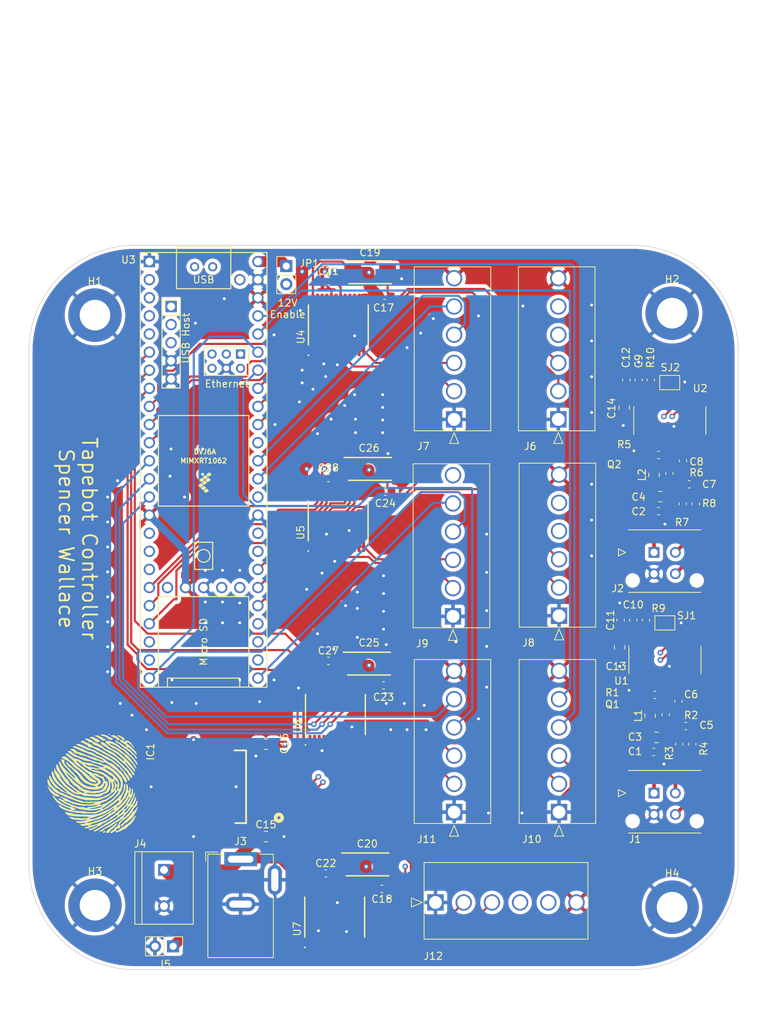
<source format=kicad_pcb>
(kicad_pcb (version 20211014) (generator pcbnew)
  (layers (0 "F.Cu" signal) (1 "In1.Cu" signal) (2 "In2.Cu" signal) (31 "B.Cu" signal) (34 "B.Paste" user) (35 "F.Paste" user) (36 "B.SilkS" user "B.Silkscreen") (37 "F.SilkS" user "F.Silkscreen") (38 "B.Mask" user) (39 "F.Mask" user) (44 "Edge.Cuts" user))
  (net 0 "")
  (net 1 "/LoadCells/AVDD1")
  (net 2 "GND")
  (net 3 "Net-(C5-Pad1)")
  (net 4 "Net-(C5-Pad2)")
  (net 5 "Net-(C7-Pad1)")
  (net 6 "Net-(C7-Pad2)")
  (net 7 "Net-(C8-Pad2)")
  (net 8 "+3.3V")
  (net 9 "+12V")
  (net 10 "/LoadCells/AVDD2")
  (net 11 "/LoadCells/1A+")
  (net 12 "/LoadCells/1A-")
  (net 13 "/LoadCells/2A+")
  (net 14 "M1_OUT2")
  (net 15 "M1_OUT1")
  (net 16 "/LoadCells/2A-")
  (net 17 "/MotorDrivers/1A01")
  (net 18 "M2_OUT2")
  (net 19 "M2_OUT1")
  (net 20 "M5_OUT2")
  (net 21 "M5_OUT1")
  (net 22 "M6_OUT2")
  (net 23 "M6_OUT1")
  (net 24 "M3_OUT2")
  (net 25 "M3_OUT1")
  (net 26 "M4_OUT2")
  (net 27 "M4_OUT1")
  (net 28 "M7_OUT2")
  (net 29 "M7_OUT1")
  (net 30 "Net-(L1-Pad2)")
  (net 31 "Net-(L2-Pad2)")
  (net 32 "Net-(R1-Pad1)")
  (net 33 "Net-(R5-Pad1)")
  (net 34 "Net-(R9-Pad1)")
  (net 35 "Net-(R10-Pad1)")
  (net 38 "L1_SCK")
  (net 39 "L1_DAT")
  (net 48 "Net-(C6-Pad2)")
  (net 49 "M2_PWM")
  (net 50 "M2_CTL1")
  (net 51 "M2_CTL2")
  (net 52 "M1_CTL2")
  (net 53 "M1_CTL1")
  (net 54 "M1_PWM")
  (net 65 "Net-(Q2-PadB)")
  (net 66 "/MotorDrivers/1A02")
  (net 67 "/MotorDrivers/2B01")
  (net 68 "/MotorDrivers/2B02")
  (net 69 "/MotorDrivers/5A02")
  (net 70 "/MotorDrivers/5A01")
  (net 71 "/MotorDrivers/6B01")
  (net 72 "/MotorDrivers/6B02")
  (net 73 "/MotorDrivers/3A01")
  (net 74 "/MotorDrivers/3A02")
  (net 75 "/MotorDrivers/4B01")
  (net 76 "/MotorDrivers/4B02")
  (net 77 "/MotorDrivers/7A01")
  (net 78 "/MotorDrivers/7A02")
  (net 79 "L2_SCK")
  (net 80 "L2_DAT")
  (net 81 "M8_CTL2")
  (net 82 "M3_CTL2")
  (net 83 "M3_CTL1")
  (net 84 "M3_PWM")
  (net 85 "M4_PWM")
  (net 86 "M4_CTL1")
  (net 87 "M4_CTL2")
  (net 88 "M5_CTL2")
  (net 89 "M5_CTL1")
  (net 90 "M5_PWM")
  (net 91 "M7_CTL2")
  (net 92 "M7_CTL1")
  (net 93 "M7_PWM")
  (net 94 "M6_PWM")
  (net 95 "M6_CTL1")
  (net 96 "M6_CTL2")
  (net 97 "+5V")
  (net 98 "Net-(JP1-Pad1)")
  (net 99 "Net-(Q1-PadB)")
  (net 102 "unconnected-(U7-Pad7)")
  (net 103 "unconnected-(U7-Pad11)")
  (net 104 "/MotorDrivers/8PWMB")
  (net 105 "/MotorDrivers/8BIN2")
  (net 106 "/MotorDrivers/8BIN1")
  (footprint "MountingHole:MountingHole_4.3mm_M4_DIN965_Pad" (layer "F.Cu") (at 227.203 43.307)
    (fp_text reference "H2")
    (fp_text value "MountingHole_Pad" hide)
  )
  (footprint "Capacitor_SMD:C_0805_2012Metric_Pad1.18x1.45mm_HandSolder" (layer "F.Cu") (at 220.472 56.5392 -90)
    (fp_text reference "C14")
    (fp_text value "10uF" hide)
  )
  (footprint "Capacitor_SMD:C_0603_1608Metric_Pad1.08x0.95mm_HandSolder" (layer "F.Cu") (at 221.74825 86.36 -90)
    (fp_text reference "C10")
    (fp_text value "0.1uF")
  )
  (footprint "Capacitor_SMD:C_0603_1608Metric_Pad1.08x0.95mm_HandSolder" (layer "F.Cu") (at 228.727 64.008 90)
    (fp_text reference "C8")
    (fp_text value "0.1uF")
  )
  (footprint "Connector_BarrelJack:BarrelJack_GCT_DCJ200-10-A_Horizontal" (layer "F.Cu") (at 166.624 119.888)
    (fp_text reference "J3")
    (fp_text value "Barrel_Jack")
  )
  (footprint "Capacitor_SMD:C_0603_1608Metric_Pad1.08x0.95mm_HandSolder" (layer "F.Cu") (at 225.298 71.0692)
    (fp_text reference "C2")
    (fp_text value "0.1uF")
  )
  (footprint "Capacitor_SMD:C_0805_2012Metric_Pad1.18x1.45mm_HandSolder" (layer "F.Cu") (at 170.18 103.759 180)
    (fp_text reference "C16")
    (fp_text value "0.1µF")
  )
  (footprint "Capacitor_SMD:C_0603_1608Metric_Pad1.08x0.95mm_HandSolder" (layer "F.Cu") (at 229.12 101.219)
    (fp_text reference "C5")
    (fp_text value "0.1uF")
  )
  (footprint "tapebot:CAPPM6032X280N" (layer "F.Cu") (at 184.427502 120.620999)
    (fp_text reference "C20")
    (fp_text value "10uF" hide)
  )
  (footprint "tapebot:9652068" (layer "F.Cu") (at 211.224501 58.204732 -90)
    (fp_text reference "J6")
    (fp_text value "CON_9652068_MOL" hide)
  )
  (footprint "teensy:Teensy41" (layer "F.Cu") (at 161.432 65.278 -90)
    (fp_text reference "U3")
    (fp_text value "Teensy4.1")
  )
  (footprint "Capacitor_SMD:C_0603_1608Metric_Pad1.08x0.95mm_HandSolder" (layer "F.Cu") (at 219.97025 86.36 90)
    (fp_text reference "C11")
    (fp_text value "0.1uF")
  )
  (footprint "Capacitor_SMD:C_0603_1608Metric_Pad1.08x0.95mm_HandSolder" (layer "F.Cu") (at 178.943 66.421)
    (fp_text reference "C28")
    (fp_text value "0.1uF")
  )
  (footprint "tapebot:9652068" (layer "F.Cu") (at 211.328 113.284 -90)
    (fp_text reference "J10")
    (fp_text value "CON_9652068_MOL" hide)
  )
  (footprint "Capacitor_SMD:C_0603_1608Metric_Pad1.08x0.95mm_HandSolder" (layer "F.Cu") (at 224.2058 52.6542 90)
    (fp_text reference "R10")
    (fp_text value "10K")
  )
  (footprint "tapebot:SmallLogo" (layer "F.Cu") (at 145.796 109.347 -90)
    (fp_text reference "G***" hide)
    (fp_text value "LOGO" hide)
  )
  (footprint "tapebot:SOP127P600X180-16N" (layer "F.Cu") (at 226.8778 58.3692 90)
    (fp_text reference "U2")
    (fp_text value "HX711HX711" hide)
  )
  (footprint "tapebot:9652068" (layer "F.Cu") (at 196.594101 58.204732 -90)
    (fp_text reference "J7")
    (fp_text value "CON_9652068_MOL" hide)
  )
  (footprint "tapebot:9652068" (layer "F.Cu") (at 196.44 85.828498 -90)
    (fp_text reference "J9")
    (fp_text value "CON_9652068_MOL" hide)
  )
  (footprint "Capacitor_SMD:C_0805_2012Metric_Pad1.18x1.45mm_HandSolder" (layer "F.Cu") (at 225.02 102.815)
    (fp_text reference "C3")
    (fp_text value "10uF")
  )
  (footprint "Capacitor_SMD:C_0603_1608Metric_Pad1.08x0.95mm_HandSolder" (layer "F.Cu") (at 225.298 63.1952 180)
    (fp_text reference "R5")
    (fp_text value "20k")
  )
  (footprint "Capacitor_SMD:C_0603_1608Metric_Pad1.08x0.95mm_HandSolder" (layer "F.Cu") (at 186.69 95.504)
    (fp_text reference "C23")
    (fp_text value "0.1uF")
  )
  (footprint "Capacitor_SMD:C_0603_1608Metric_Pad1.08x0.95mm_HandSolder" (layer "F.Cu") (at 226.822 65.786 90)
    (fp_text reference "R6")
    (fp_text value "8.2K")
  )
  (footprint "Capacitor_SMD:C_0603_1608Metric_Pad1.08x0.95mm_HandSolder" (layer "F.Cu") (at 222.504 52.6542 90)
    (fp_text reference "C9")
    (fp_text value "0.1uF")
  )
  (footprint "MountingHole:MountingHole_4.3mm_M4_DIN965_Pad" (layer "F.Cu") (at 146.177 43.582)
    (fp_text reference "H1")
    (fp_text value "MountingHole_Pad")
  )
  (footprint "Capacitor_SMD:C_0603_1608Metric_Pad1.08x0.95mm_HandSolder" (layer "F.Cu") (at 186.944 68.326)
    (fp_text reference "C24")
    (fp_text value "0.1uF")
  )
  (footprint "Capacitor_SMD:C_0805_2012Metric_Pad1.18x1.45mm_HandSolder" (layer "F.Cu") (at 219.84325 90.17 -90)
    (fp_text reference "C13")
    (fp_text value "10uF")
  )
  (footprint "MountingHole:MountingHole_4.3mm_M4_DIN965_Pad" (layer "F.Cu") (at 146.177 126.344)
    (fp_text reference "H3")
    (fp_text value "MountingHole_Pad")
  )
  (footprint "Capacitor_SMD:C_0805_2012Metric_Pad1.18x1.45mm_HandSolder" (layer "F.Cu") (at 170.18 116.713)
    (fp_text reference "C15")
    (fp_text value "0.33µF")
  )
  (footprint "Capacitor_SMD:C_0603_1608Metric_Pad1.08x0.95mm_HandSolder" (layer "F.Cu") (at 220.7768 52.6542 90)
    (fp_text reference "C12")
    (fp_text value "0.1uF")
  )
  (footprint "tapebot:9652068" (layer "F.Cu") (at 193.9834 125.956702 180)
    (fp_text reference "J12")
    (fp_text value "CON_9652068_MOL" hide)
  )
  (footprint "Capacitor_SMD:C_0805_2012Metric_Pad1.18x1.45mm_HandSolder" (layer "F.Cu") (at 225.552 69.0372)
    (fp_text reference "C4")
    (fp_text value "10uF")
  )
  (footprint "Capacitor_SMD:C_0603_1608Metric_Pad1.08x0.95mm_HandSolder" (layer "F.Cu") (at 178.966502 38.832999)
    (fp_text reference "C21")
    (fp_text value "0.1uF")
  )
  (footprint "tapebot:43045-04YY_121314" (layer "F.Cu") (at 224.663 76.8604 180)
    (fp_text reference "J2")
    (fp_text value "43045-0412" hide)
  )
  (footprint "tapebot:SOP65P760X160-24N" (layer "F.Cu") (at 179.832 128.016 90)
    (fp_text reference "U7")
    (fp_text value "TB6612FNG")
  )
  (footprint "tapebot:SOT23-BEC" (layer "F.Cu") (at 221.742 64.516 180)
    (fp_text reference "Q2")
    (fp_text value "MMBT4403")
  )
  (footprint "tapebot:43045-04YY_121314" (layer "F.Cu") (at 224.663 110.617 180)
    (fp_text reference "J1")
    (fp_text value "43045-0412" hide)
  )
  (footprint "Capacitor_SMD:C_0603_1608Metric_Pad1.08x0.95mm_HandSolder" (layer "F.Cu") (at 229.6149 67.31)
    (fp_text reference "C7")
    (fp_text value "0.1uF")
  )
  (footprint "Capacitor_SMD:C_0603_1608Metric_Pad1.08x0.95mm_HandSolder" (layer "F.Cu") (at 223.52625 86.36 90)
    (fp_text reference "R9")
    (fp_text value "10K")
  )
  (footprint "tapebot:SOP127P600X180-16N" (layer "F.Cu") (at 226.19325 91.948 90)
    (fp_text reference "U1")
    (fp_text value "HX711HX711")
  )
  (footprint "Capacitor_SMD:C_0603_1608Metric_Pad1.08x0.95mm_HandSolder" (layer "F.Cu") (at 228.092 97.735 90)
    (fp_text reference "C6")
    (fp_text value "0.1uF")
  )
  (footprint "tapebot:SOT23-BEC" (layer "F.Cu") (at 221.234 98.044 180)
    (fp_text reference "Q1")
    (fp_text value "MMBT4403")
  )
  (footprint "Jumper:SolderJumper-2_P1.3mm_Open_TrianglePad1.0x1.5mm" (layer "F.Cu") (at 226.187 86.741 180)
    (fp_text reference "SJ1")
    (fp_text value "JUMPER-PAD-2-NC_BY_TRACE")
  )
  (footprint "tapebot:SOP65P760X160-24N" (layer "F.Cu") (at 179.935498 99.597001 90)
    (fp_text reference "U6")
    (fp_text value "TB6612FNG")
  )
  (footprint "tapebot:SOP65P760X160-24N" (layer "F.Cu") (at 180.34 44.958 90)
    (fp_text reference "U4")
    (fp_text value "TB6612FNG")
  )
  (footprint "Capacitor_SMD:C_0603_1608Metric_Pad1.08x0.95mm_HandSolder" (layer "F.Cu") (at 228.6904 70.0532 90)
    (fp_text reference "R7")
    (fp_text value "100")
  )
  (footprint "tapebot:CAPPM6032X280N" (layer "F.Cu") (at 184.808502 37.562999)
    (fp_text reference "C19")
    (fp_text value "10uF" hide)
  )
  (footprint "Connector_PinHeader_2.54mm:PinHeader_1x02_P2.54mm_Vertical" (layer "F.Cu") (at 173.0398 36.698)
    (fp_text reference "JP1")
    (fp_text value "Jumper_2_Open")
  )
  (footprint "tapebot:9652068" (layer "F.Cu") (at 211.326101 85.744366 -90)
    (fp_text reference "J8")
    (fp_text value "CON_9652068_MOL" hide)
  )
  (footprint "Capacitor_SMD:C_0805_2012Metric_Pad1.18x1.45mm_HandSolder" (layer "F.Cu") (at 224.12 99.767 90)
    (fp_text reference "L1")
    (fp_text value "3.3uH")
  )
  (footprint "tapebot:CAPPM6032X280N" (layer "F.Cu") (at 184.658 92.456)
    (fp_text reference "C25")
    (fp_text value "10uF" hide)
  )
  (footprint "tapebot:CAPPM6032X280N" (layer "F.Cu") (at 184.785 65.151)
    (fp_text reference "C26")
    (fp_text value "10uF" hide)
  )
  (footprint "Jumper:SolderJumper-2_P1.3mm_Open_TrianglePad1.0x1.5mm" (layer "F.Cu") (at 226.8728 53.0352 180)
    (fp_text reference "SJ2")
    (fp_text value "JUMPER-PAD-2-NC_BY_TRACE")
  )
  (footprint "Capacitor_SMD:C_0603_1608Metric_Pad1.08x0.95mm_HandSolder" (layer "F.Cu") (at 224.79 96.846 180)
    (fp_text reference "R1")
    (fp_text value "20k")
  )
  (footprint "Capacitor_SMD:C_0603_1608Metric_Pad1.08x0.95mm_HandSolder" (layer "F.Cu") (at 226.314 99.6135 90)
    (fp_text reference "R2")
    (fp_text value "8.2K")
  )
  (footprint "Capacitor_SMD:C_0805_2012Metric_Pad1.18x1.45mm_HandSolder" (layer "F.Cu") (at 224.663 65.9892 90)
    (fp_text reference "L2")
    (fp_text value "3.3uH")
  )
  (footprint "Capacitor_SMD:C_0603_1608Metric_Pad1.08x0.95mm_HandSolder" (layer "F.Cu") (at 230.5304 70.0532 90)
    (fp_text reference "R8")
    (fp_text value "100")
  )
  (footprint "Capacitor_SMD:C_0603_1608Metric_Pad1.08x0.95mm_HandSolder" (layer "F.Cu") (at 228.2 103.759 90)
    (fp_text reference "R3")
    (fp_text value "100")
  )
  (footprint "tapebot:SOP65P760X160-24N" (layer "F.Cu") (at 180.316498 72.419001 90)
    (fp_text reference "U5")
    (fp_text value "TB6612FNG")
  )
  (footprint "tapebot:9652068" (layer "F.Cu") (at 196.594101 113.284 -90)
    (fp_text reference "J11")
    (fp_text value "CON_9652068_MOL" hide)
  )
  (footprint "Capacitor_SMD:C_0603_1608Metric_Pad1.08x0.95mm_HandSolder" (layer "F.Cu") (at 178.943 92.075)
    (fp_text reference "C27")
    (fp_text value "0.1uF")
  )
  (footprint "MountingHole:MountingHole_4.3mm_M4_DIN965_Pad" (layer "F.Cu") (at 227.203 126.619)
    (fp_text reference "H4")
    (fp_text value "MountingHole_Pad")
  )
  (footprint "Capacitor_SMD:C_0603_1608Metric_Pad1.08x0.95mm_HandSolder" (layer "F.Cu") (at 186.459502 124.049999)
    (fp_text reference "C18")
    (fp_text value "0.1uF")
  )
  (footprint "Capacitor_SMD:C_0603_1608Metric" (layer "F.Cu") (at 224.62 104.847)
    (fp_text reference "C1")
    (fp_text value "0.1uF" hide)
  )
  (footprint "tapebot:TE_282837-2" (layer "F.Cu") (at 155.8694 123.9266 -90)
    (fp_text reference "J4")
    (fp_text value "Conn_01x02")
  )
  (footprint "Capacitor_SMD:C_0603_1608Metric_Pad1.08x0.95mm_HandSolder" (layer "F.Cu") (at 186.840502 40.864999)
    (fp_text reference "C17")
    (fp_text value "0.1uF")
  )
  (footprint "Capacitor_SMD:C_0603_1608Metric_Pad1.08x0.95mm_HandSolder" (layer "F.Cu") (at 230.04 103.759 90)
    (fp_text reference "R4")
    (fp_text value "100")
  )
  (footprint "Capacitor_SMD:C_0603_1608Metric_Pad1.08x0.95mm_HandSolder" (layer "F.Cu") (at 178.585502 121.890999)
    (fp_text reference "C22")
    (fp_text value "0.1uF")
  )
  (footprint "tapebot:D2PAK-STB35NF10T4" (layer "F.Cu") (at 167.391 104.628)
    (fp_text reference "IC1")
    (fp_text value "L7805ABD2T-TR" hide)
  )
  (footprint "Connector_PinHeader_2.54mm:PinHeader_1x02_P2.54mm_Vertical" (layer "F.Cu") (at 157.1444 132.1054 -90)
    (fp_text reference "J5")
    (fp_text value "Conn_01x02")
  )
  (gr_line (start 236.474 48.641) (end 236.474 120.523) (layer "Edge.Cuts") (width 0.1))
  (gr_line (start 151.765 135.382) (end 221.615 135.382) (layer "Edge.Cuts") (width 0.1))
  (gr_arc (start 221.615 33.782) (mid 232.1219 38.1341) (end 236.474 48.641) (layer "Edge.Cuts") (width 0.1))
  (gr_arc (start 236.474 120.523) (mid 232.1219 131.0299) (end 221.615 135.382) (layer "Edge.Cuts") (width 0.1))
  (gr_line (start 136.906 48.641) (end 136.906 120.523) (layer "Edge.Cuts") (width 0.1))
  (gr_line (start 151.765 33.782) (end 221.615 33.782) (layer "Edge.Cuts") (width 0.1))
  (gr_arc (start 136.906 48.641) (mid 141.2581 38.1341) (end 151.765 33.782) (layer "Edge.Cuts") (width 0.1))
  (gr_arc (start 151.765 135.382) (mid 141.2581 131.0299) (end 136.906 120.523) (layer "Edge.Cuts") (width 0.1))
  (gr_text "Tapebot Controller\nSpencer Wallace" (at 143.764 74.93 270) (layer "F.SilkS") (effects (font (size 2.032 2.032) (thickness 0.254))))
  (gr_text "12V\nEnable" (at 173.228 42.672) (layer "F.SilkS") (effects (font (size 1 1))))
  (segment (start 223.9825 102.815) (end 223.9825 104.7095) (width 0.508) (layer "F.Cu") (net 1))
  (segment (start 224.12 100.8045) (end 224.12 102.6775) (width 0.508) (layer "F.Cu") (net 1))
  (segment (start 224.12 102.6775) (end 223.9825 102.815) (width 0.508) (layer "F.Cu") (net 1))
  (segment (start 223.9825 104.7095) (end 223.845 104.847) (width 0.508) (layer "F.Cu") (net 1))
  (segment (start 223.845 104.847) (end 224.663 105.665) (width 0.508) (layer "F.Cu") (net 1))
  (segment (start 224.663 105.665) (end 224.663 110.617) (width 0.508) (layer "F.Cu") (net 1))
  (segment (start 169.1425 105.0505) (end 168.766826 105.426174) (width 1.016) (layer "F.Cu") (net 2))
  (segment (start 219.97025 84.08025) (end 219.837 83.947) (width 0.3048) (layer "F.Cu") (net 2))
  (segment (start 181.941498 76.044001) (end 181.941498 73.864498) (width 0.3048) (layer "F.Cu") (net 2))
  (segment (start 179.829002 38.832999) (end 180.665 39.668997) (width 0.3048) (layer "F.Cu") (net 2))
  (segment (start 181.941498 73.864498) (end 181.864 73.787) (width 0.3048) (layer "F.Cu") (net 2))
  (segment (start 226.82825 94.618) (end 226.82825 97.33375) (width 0.3048) (layer "F.Cu") (net 2))
  (segment (start 219.97025 85.4975) (end 220.02325 85.4975) (width 0.3048) (layer "F.Cu") (net 2))
  (segment (start 226.0575 102.815) (end 226.0575 104.1845) (width 0.3048) (layer "F.Cu") (net 2))
  (segment (start 181.965 48.583) (end 182.615 48.583) (width 0.3048) (layer "F.Cu") (net 2))
  (segment (start 188.311999 37.562999) (end 189.23 38.481) (width 0.3048) (layer "F.Cu") (net 2))
  (segment (start 160.02 109.728) (end 154.051 109.728) (width 1.016) (layer "F.Cu") (net 2))
  (segment (start 180.157 124.391) (end 180.157 125.928) (width 0.3048) (layer "F.Cu") (net 2))
  (segment (start 178.691498 74.297498) (end 178.689 74.295) (width 0.3048) (layer "F.Cu") (net 2))
  (segment (start 160.02 109.728) (end 160.02 103.124) (width 1.016) (layer "F.Cu") (net 2))
  (segment (start 178.065 50.176) (end 178.308 50.419) (width 0.3048) (layer "F.Cu") (net 2))
  (segment (start 225.395 105.888) (end 226.06 106.553) (width 0.3048) (layer "F.Cu") (net 2))
  (segment (start 181.560498 103.222001) (end 182.210498 103.222001) (width 0.3048) (layer "F.Cu") (net 2))
  (segment (start 178.715 48.583) (end 178.065 48.583) (width 0.3048) (layer "F.Cu") (net 2))
  (segment (start 187.235 63.0921) (end 187.325 63.0021) (width 0.3048) (layer "F.Cu") (net 2))
  (segment (start 228.092 98.698) (end 226.314 100.476) (width 0.3048) (layer "F.Cu") (net 2))
  (segment (start 180.157 122.599997) (end 179.448002 121.890999) (width 0.3048) (layer "F.Cu") (net 2))
  (segment (start 220.472 57.5767) (end 220.472 58.928) (width 0.3048) (layer "F.Cu") (net 2))
  (segment (start 227.5128 63.6563) (end 228.727 64.8705) (width 0.3048) (layer "F.Cu") (net 2))
  (segment (start 171.2175 116.713) (end 172.72 116.713) (width 1.016) (layer "F.Cu") (net 2))
  (segment (start 226.1605 71.0692) (end 226.1605 72.8715) (width 0.3048) (layer "F.Cu") (net 2))
  (segment (start 177.557 129.932) (end 177.546 129.921) (width 0.3048) (layer "F.Cu") (net 2))
  (segment (start 180.157 125.928) (end 180.213 125.984) (width 0.3048) (layer "F.Cu") (net 2))
  (segment (start 219.97025 85.4975) (end 219.97025 84.08025) (width 0.3048) (layer "F.Cu") (net 2))
  (segment (start 226.82825 94.618) (end 226.82825 92.84325) (width 0.3048) (layer "F.Cu") (net 2))
  (segment (start 180.260498 95.972001) (end 180.260498 92.529998) (width 0.3048) (layer "F.Cu") (net 2))
  (segment (start 222.504 51.7917) (end 222.504 50.165) (width 0.3048) (layer "F.Cu") (net 2))
  (segment (start 187.325 124.406891) (end 187.322002 124.403893) (width 1.016) (layer "F.Cu") (net 2))
  (segment (start 187.325 125.349) (end 187.325 124.406891) (width 1.016) (layer "F.Cu") (net 2))
  (segment (start 181.457 131.641) (end 182.107 131.641) (width 0.3048) (layer "F.Cu") (net 2))
  (segment (start 160.02 109.728) (end 165.989 109.728) (width 1.016) (layer "F.Cu") (net 2))
  (segment (start 187.235 65.151) (end 187.235 63.0921) (width 0.3048) (layer "F.Cu") (net 2))
  (segment (start 187.108 89.826) (end 187.071 89.789) (width 0.25) (layer "F.Cu") (net 2))
  (segment (start 179.8055 66.421) (end 180.641498 67.256998) (width 0.3048) (layer "F.Cu") (net 2))
  (segment (start 224.28825 89.567176) (end 222.647926 91.2075) (width 0.3048) (layer "F.Cu") (net 2))
  (segment (start 226.822 68.8047) (end 226.5895 69.0372) (width 0.3048) (layer "F.Cu") (net 2))
  (segment (start 187.258502 37.562999) (end 188.311999 37.562999) (width 0.3048) (layer "F.Cu") (net 2))
  (segment (start 226.82825 92.84325) (end 226.822 92.837) (width 0.3048) (layer "F.Cu") (net 2))
  (segment (start 186.877502 120.620999) (end 187.322002 121.065499) (width 1.016) (layer "F.Cu") (net 2))
  (segment (start 182.210498 103.222001) (end 182.210498 101.380502) (width 0.3048) (layer "F.Cu") (net 2))
  (segment (start 226.822 66.6485) (end 226.822 68.8047) (width 0.3048) (layer "F.Cu") (net 2))
  (segment (start 187.258502 37.562999) (end 187.258502 40.420499) (width 0.3048) (layer "F.Cu") (net 2))
  (segment (start 222.647926 91.2075) (end 219.84325 91.2075) (width 0.3048) (layer "F.Cu") (net 2))
  (segment (start 187.322002 124.403893) (end 187.322002 124.049999) (width 1.016) (layer "F.Cu") (net 2))
  (segment (start 220.472 58.928) (end 220.345 59.055) (width 0.3048) (layer "F.Cu") (net 2))
  (segment (start 179.829002 38.832999) (end 179.829002 37.340998) (width 0.3048) (layer "F.Cu") (net 2))
  (segment (start 182.210498 101.380502) (end 182.245 101.346) (width 0.3048) (layer "F.Cu") (net 2))
  (segment (start 180.260498 92.529998) (end 179.8055 92.075) (width 0.3048) (layer "F.Cu") (net 2))
  (segment (start 224.9728 55.988376) (end 224.9728 55.6992) (width 0.3048) (layer "F.Cu") (net 2))
  (segment (start 226.5895 69.0372) (end 226.5895 70.6402) (width 0.3048) (layer "F.Cu") (net 2))
  (segment (start 223.384476 57.5767) (end 224.9728 55.988376) (width 0.3048) (layer "F.Cu") (net 2))
  (segment (start 178.310498 103.222001) (end 178.310498 104.401602) (width 0.3048) (layer "F.Cu") (net 2))
  (segment (start 220.472 57.5767) (end 223.384476 57.5767) (width 0.3048) (layer "F.Cu") (net 2))
  (segment (start 178.065 48.583) (end 178.065 50.176) (width 0.3048) (layer "F.Cu") (net 2))
  (segment (start 179.8055 90.5245) (end 179.705 90.424) (width 0.3048) (layer "F.Cu") (net 2))
  (segment (start 228.9048 53.0352) (end 228.981 52.959) (width 0.3048) (layer "F.Cu") (net 2))
  (segment (start 169.1425 103.759) (end 169.1425 105.0505) (width 1.016) (layer "F.Cu") (net 2))
  (segment (start 179.8055 92.075) (end 179.8055 90.5245) (width 0.3048) (layer "F.Cu") (net 2))
  (segment (start 227.5128 59.2378) (end 227.457 59.182) (width 0.3048) (layer "F.Cu") (net 2))
  (segment (start 220.7768 51.7917) (end 222.504 51.7917) (width 0.3048) (layer "F.Cu") (net 2))
  (segment (start 219.84325 91.2075) (end 219.84325 92.83075) (width 0.3048) (layer "F.Cu") (net 2))
  (segment (start 177.557 131.641) (end 177.557 129.932) (width 0.3048) (layer "F.Cu") (net 2))
  (segment (start 227.5128 61.0392) (end 227.5128 59.2378) (width 0.3048) (layer "F.Cu") (net 2))
  (segment (start 180.641498 67.256998) (end 180.641498 68.794001) (width 0.3048) (layer "F.Cu") (net 2))
  (segment (start 160.02 109.728) (end 160.02 116.713) (width 1.016) (layer "F.Cu") (net 2))
  (segment (start 181.941498 76.044001) (end 182.591498 76.044001) (width 0.3048) (layer "F.Cu") (net 2))
  (segment (start 178.691498 76.044001) (end 178.691498 74.297498) (width 0.3048) (layer "F.Cu") (net 2))
  (segment (start 180.665 39.668997) (end 180.665 41.333) (width 0.3048) (layer "F.Cu") (net 2))
  (segment (start 187.108 92.456) (end 187.108 89.826) (width 0.25) (layer "F.Cu") (net 2))
  (segment (start 226.0575 104.1845) (end 225.395 104.847) (width 0.3048) (layer "F.Cu") (net 2))
  (segment (start 182.615 48.583) (end 182.615 46.493) (width 0.3048) (layer "F.Cu") (net 2))
  (segment (start 219.84325 92.83075) (end 219.837 92.837) (width 0.3048) (layer "F.Cu") (net 2))
  (segment (start 178.041498 76.044001) (end 178.691498 76.044001) (width 0.3048) (layer "F.Cu") (net 2))
  (segment (start 177.557 131.641) (end 178.207 131.641) (width 0.3048) (layer "F.Cu") (net 2))
  (segment (start 220.02325 85.4975) (end 221.74825 87.2225) (width 0.3048) (layer "F.Cu") (net 2))
  (segment (start 182.615 46.493) (end 182.626 46.482) (width 0.3048) (layer "F.Cu") (net 2))
  (segment (start 226.1605 72.8715) (end 226.187 72.898) (width 0.3048) (layer "F.Cu") (net 2))
  (segment (start 187.322002 121.065499) (end 187.322002 124.049999) (width 1.016) (layer "F.Cu") (net 2))
  (segment (start 225.395 104.847) (end 225.395 105.888) (width 0.3048) (layer "F.Cu") (net 2))
  (segment (start 179.8055 66.421) (end 179.832 66.3945) (width 0.3048) (layer "F.Cu") (net 2))
  (segment (start 187.108 95.0595) (end 187.5525 95.504) (width 0.25) (layer "F.Cu") (net 2))
  (segment (start 226.314 102.5585) (end 226.0575 102.815) (width 0.3048) (layer "F.Cu") (net 2))
  (segment (start 226.912 86.741) (end 228.473 86.741) (width 0.3048) (layer "F.Cu") (net 2))
  (segment (start 187.235 65.151) (end 187.235 67.7545) (width 0.3048) (layer "F.Cu") (net 2))
  (segment (start 227.5978 53.0352) (end 228.9048 53.0352) (width 0.3048) (layer "F.Cu") (net 2))
  (segment (start 181.457 131.641) (end 181.457 130.0639) (width 0.3048) (layer "F.Cu") (net 2))
  (segment (start 228.727 64.8705) (end 228.6 64.8705) (width 0.3048) (layer "F.Cu") (net 2))
  (segment (start 180.157 124.391) (end 180.157 122.599997) (width 0.3048) (layer "F.Cu") (net 2))
  (segment (start 178.310498 104.401602) (end 178.054 104.6581) (width 0.3048) (layer "F.Cu") (net 2))
  (segment (start 181.457 130.0639) (end 181.483 130.0379) (width 0.3048) (layer "F.Cu") (net 2))
  (segment (start 224.28825 89.278) (end 224.28825 89.567176) (width 0.3048) (layer "F.Cu") (net 2))
  (segment (start 227.5128 61.0392) (end 227.5128 63.6563) (width 0.3048) (layer "F.Cu") (net 2))
  (segment (start 226.5895 70.6402) (end 226.1605 71.0692) (width 0.3048) (layer "F.Cu") (net 2))
  (segment (start 177.660498 103.222001) (end 178.310498 103.222001) (width 0.3048) (layer "F.Cu") (net 2))
  (segment (start 187.258502 40.420499) (end 187.703002 40.864999) (width 0.3048) (layer "F.Cu") (net 2))
  (segment (start 228.6 64.8705) (end 226.822 66.6485) (width 0.3048) (layer "F.Cu") (net 2))
  (segment (start 187.108 92.456) (end 187.108 95.0595) (width 0.25) (layer "F.Cu") (net 2))
  (segment (start 226.314 100.476) (end 226.314 102.5585) (width 0.3048) (layer "F.Cu") (net 2))
  (segment (start 187.235 67.7545) (end 187.8065 68.326) (width 0.3048) (layer "F.Cu") (net 2))
  (segment (start 179.829002 37.340998) (end 179.832 37.338) (width 0.3048) (layer "F.Cu") (net 2))
  (segment (start 228.092 98.5975) (end 228.092 98.698) (width 0.3048) (layer "F.Cu") (net 2))
  (segment (start 179.832 66.3945) (end 179.832 65.151) (width 0.3048) (layer "F.Cu") (net 2))
  (segment (start 226.82825 97.33375) (end 228.092 98.5975) (width 0.3048) (layer "F.Cu") (net 2))
  (segment (start 226.5895 69.0372) (end 226.5895 68.9532) (width 0.508) (layer "F.Cu") (net 2))
  (via (at 161.29 65.913) (size 0.8) (drill 0.4) (layers "F.Cu" "B.Cu") (net 2))
  (via (at 164.084 83.82) (size 0.8) (drill 0.4) (layers "F.Cu" "B.Cu") (net 2))
  (via (at 161.671 83.82) (size 0.8) (drill 0.4) (layers "F.Cu" "B.Cu") (net 2))
  (via (at 227.457 59.182) (size 0.8) (drill 0.4) (layers "F.Cu" "B.Cu") (net 2))
  (via (at 187.706 101.727) (size 0.8) (drill 0.4) (layers "F.Cu" "B.Cu") (net 2))
  (via (at 154.051 109.728) (size 0.8) (drill 0.4) (layers "F.Cu" "B.Cu") (net 2))
  (via (at 179.324 58.166) (size 0.8) (drill 0.4) (layers "F.Cu" "B.Cu") (net 2))
  (via (at 176.784 53.975) (size 0.8) (drill 0.4) (layers "F.Cu" "B.Cu") (net 2))
  (via (at 178.562 52.197) (size 0.8) (drill 0.4) (layers "F.Cu" "B.Cu") (net 2))
  (via (at 201.168 74.295) (size 0.8) (drill 0.4) (layers "F.Cu" "B.Cu") (net 2))
  (via (at 186.69 87.63) (size 0.8) (drill 0.4) (layers "F.Cu" "B.Cu") (net 2))
  (via (at 181.356 84.328) (size 0.8) (drill 0.4) (layers "F.Cu" "B.Cu") (net 2))
  (via (at 189.23 38.481) (size 0.8) (drill 0.4) (layers "F.Cu" "B.Cu") (net 2))
  (via (at 187.325 63.0021) (size 0.8) (drill 0.4) (layers "F.Cu" "B.Cu") (net 2))
  (via (at 166.497 86.741) (size 0.8) (drill 0.4) (layers "F.Cu" "B.Cu") (net 2))
  (via (at 226.06 106.553) (size 0.8) (drill 0.4) (layers "F.Cu" "B.Cu") (net 2))
  (via (at 147.955 83.094284) (size 0.8) (drill 0.4) (layers "F.Cu" "B.Cu") (net 2))
  (via (at 219.837 83.947) (size 0.8) (drill 0.4) (layers "F.Cu" "B.Cu") (net 2))
  (via (at 182.245 101.346) (size 0.8) (drill 0.4) (layers "F.Cu" "B.Cu") (net 2))
  (via (at 201.168 95.758) (size 0.8) (drill 0.4) (layers "F.Cu" "B.Cu") (net 2))
  (via (at 219.837 92.837) (size 0.8) (drill 0.4) (layers "F.Cu" "B.Cu") (net 2))
  (via (at 186.69 82.634666) (size 0.8) (drill 0.4) (layers "F.Cu" "B.Cu") (net 2))
  (via (at 166.497 83.947) (size 0.8) (drill 0.4) (layers "F.Cu" "B.Cu") (net 2))
  (via (at 183.007 82.423) (size 0.8) (drill 0.4) (layers "F.Cu" "B.Cu") (net 2))
  (via (at 179.832 78.105) (size 0.8) (drill 0.4) (layers "F.Cu" "B.Cu") (net 2))
  (via (at 201.168 79.66075) (size 0.8) (drill 0.4) (layers "F.Cu" "B.Cu") (net 2))
  (via (at 206.121 113.411) (size 0.8) (drill 0.4) (layers "F.Cu" "B.Cu") (net 2))
  (via (at 215.9 52.215142) (size 0.8) (drill 0.4) (layers "F.Cu" "B.Cu") (net 2))
  (via (at 179.832 37.338) (size 0.8) (drill 0.4) (layers "F.Cu" "B.Cu") (net 2))
  (via (at 156.972 94.742) (size 0.8) (drill 0.4) (layers "F.Cu" "B.Cu") (net 2))
  (via (at 168.766826 105.426174) (size 0.8) (drill 0.4) (layers "F.Cu" "B.Cu") (net 2))
  (via (at 180.213 125.984) (size 0.8) (drill 0.4) (layers "F.Cu" "B.Cu") (net 2))
  (via (at 215.9 77.343) (size 0.8) (drill 0.4) (layers "F.Cu" "B.Cu") (net 2))
  (via (at 175.006 42.926) (size 0.8) (drill 0.4) (layers "F.Cu" "B.Cu") (net 2))
  (via (at 187.071 89.789) (size 0.8) (drill 0.4) (layers "F.Cu" "B.Cu") (net 2))
  (via (at 189.992 48.133) (size 0.8) (drill 0.4) (layers "F.Cu" "B.Cu") (net 2))
  (via (at 147.955 79.592713) (size 0.8) (drill 0.4) (layers "F.Cu" "B.Cu") (net 2))
  (via (at 186.563 56.515) (size 0.8) (drill 0.4) (layers "F.Cu" "B.Cu") (net 2))
  (via (at 149.352 66.802) (size 0.8) (drill 0.4) (layers "F.Cu" "B.Cu") (net 2))
  (via (at 164.084 79.375) (size 0.8) (drill 0.4) (layers "F.Cu" "B.Cu") (net 2))
  (via (at 160.401 98.044) (size 0.8) (drill 0.4) (layers "F.Cu" "B.Cu") (net 2))
  (via (at 147.955 72.589571) (size 0.8) (drill 0.4) (layers "F.Cu" "B.Cu") (net 2))
  (via (at 201.422 113.411) (size 0.8) (drill 0.4) (layers "F.Cu" "B.Cu") (net 2))
  (via (at 178.308 50.419) (size 0.8) (drill 0.4) (layers "F.Cu" "B.Cu") (net 2))
  (via (at 147.955 93.599) (size 0.8) (drill 0.4) (layers "F.Cu" "B.Cu") (net 2))
  (via (at 181.864 73.787) (size 0.8) (drill 0.4) (layers "F.Cu" "B.Cu") (net 2))
  (via (at 182.753 60.071) (size 0.8) (drill 0.4) (layers "F.Cu" "B.Cu") (net 2))
  (via (at 161.29 62.357) (size 0.8) (drill 0.4) (layers "F.Cu" "B.Cu") (net 2))
  (via (at 186.944 96.647) (size 0.8) (drill 0.4) (layers "F.Cu" "B.Cu") (net 2))
  (via (at 174.879 55.753) (size 0.8) (drill 0.4) (layers "F.Cu" "B.Cu") (net 2))
  (via (at 174.752 95.885) (size 0.8) (drill 0.4) (layers "F.Cu" "B.Cu") (net 2))
  (via (at 215.9 72.317426) (size 0.8) (drill 0.4) (layers "F.Cu" "B.Cu") (net 2))
  (via (at 177.419 88.265) (size 0.8) (drill 0.4) (layers "F.Cu" "B.Cu") (net 2))
  (via (at 177.419 60.198) (size 0.8) (drill 0.4) (layers "F.Cu" "B.Cu") (net 2))
  (via (at 196.85 89.408) (size 0.8) (drill 0.4) (layers "F.Cu" "B.Cu") (net 2))
  (via (at 206.248 42.291) (size 0.8) (drill 0.4) (layers "F.Cu" "B.Cu") (net 2))
  (via (at 200.025 43.688) (size 0.8) (drill 0.4) (layers "F.Cu" "B.Cu") (net 2))
  (via (at 220.345 59.055) (size 0.8) (drill 0.4) (layers "F.Cu" "B.Cu") (net 2))
  (via (at 156.718 66.167) (size 0.8) (drill 0.4) (layers "F.Cu" "B.Cu") (net 2))
  (via (at 175.26 53.086) (size 0.8) (drill 0.4) (layers "F.Cu" "B.Cu") (net 2))
  (via (at 226.822 92.837) (size 0.8) (drill 0.4) (layers "F.Cu" "B.Cu") (net 2))
  (via (at 178.054 79.756) (size 0.8) (drill 0.4) (layers "F.Cu" "B.Cu") (net 2))
  (via (at 178.054 104.6581) (size 0.8) (drill 0.4) (layers "F.Cu" "B.Cu") (net 2))
  (via (at 158.75 69.088) (size 0.8) (drill 0.4) (layers "F.Cu" "B.Cu") (net 2))
  (via (at 164.338 41.275) (size 0.8) (drill 0.4) (layers "F.Cu" "B.Cu") (net 2))
  (via (at 147.955 76.091142) (size 0.8) (drill 0.4) (layers "F.Cu" "B.Cu") (net 2))
  (via (at 164.084 86.741) (size 0.8) (drill 0.4) (layers "F.Cu" "B.Cu") (net 2))
  (via (at 186.563 58.293) (size 0.8) (drill 0.4) (layers "F.Cu" "B.Cu") (net 2))
  (via (at 181.229 56.261) (size 0.8) (drill 0.4) (layers "F.Cu" "B.Cu") (net 2))
  (via (at 215.9 47.189571) (size 0.8) (drill 0.4) (layers "F.Cu" "B.Cu") (net 2))
  (via (at 186.563 54.737) (size 0.8) (drill 0.4) (layers "F.Cu" "B.Cu") (net 2))
  (via (at 189.611 98.044) (size 0.8) (drill 0.4) (layers "F.Cu" "B.Cu") (net 2))
  (via (at 186.69 85.132332) (size 0.8) (drill 0.4) (layers "F.Cu" "B.Cu") (net 2))
  (via (at 189.992 101.727) (size 0.8) (drill 0.4) (layers "F.Cu" "B.Cu") (net 2))
  (via (at 177.546 129.921) (size 0.8) (drill 0.4) (layers "F.Cu" "B.Cu") (net 2))
  (via (at 149.733 98.044) (size 0.8) (drill 0.4) (layers "F.Cu" "B.Cu") (net 2))
  (via (at 179.832 65.151) (size 0.8) (drill 0.4) (layers "F.Cu" "B.Cu") (net 2))
  (via (at 226.187 72.898) (size 0.8) (drill 0.4) (layers "F.Cu" "B.Cu") (net 2))
  (via (at 147.955 86.595855) (size 0.8) (drill 0.4) (layers "F.Cu" "B.Cu") (net 2))
  (via (at 172.72 116.713) (size 0.8) (drill 0.4) (layers "F.Cu" "B.Cu") (net 2))
  (via (at 153.416 101.727) (size 0.8) (drill 0.4) (layers "F.Cu" "B.Cu") (net 2))
  (via (at 147.955 90.097426) (size 0.8) (drill 0.4) (layers "F.Cu" "B.Cu") (net 2))
  (via (at 182.753 58.166) (size 0.8) (drill 0.4) (layers "F.Cu" "B.Cu") (net 2))
  (via (at 187.071 98.044) (size 0.8) (drill 0.4) (layers "F.Cu" "B.Cu") (net 2))
  (via (at 192.405 98.298) (size 0.8) (drill 0.4) (layers "F.Cu" "B.Cu") (net 2))
  (via (at 179.705 90.424) (size 0.8) (drill 0.4) (layers "F.Cu" "B.Cu") (net 2))
  (via (at 215.9 42.164) (size 0.8) (drill 0.4) (layers "F.Cu" "B.Cu") (net 2))
  (via (at 175.895 82.042) (size 0.8) (drill 0.4) (layers "F.Cu" "B.Cu") (net 2))
  (via (at 182.626 54.737) (size 0.8) (drill 0.4) (layers "F.Cu" "B.Cu") (net 2))
  (via (at 201.168 85.0265) (size 0.8) (drill 0.4) (layers "F.Cu" "B.Cu") (net 2))
  (via (at 182.626 46.482) (size 0.8) (drill 0.4) (layers "F.Cu" "B.Cu") (net 2))
  (via (at 171.45 58.928) (size 0.8) (drill 0.4) (layers "F.Cu" "B.Cu") (net 2))
  (via (at 160.274 44.704) (size 0.8) (drill 0.4) (layers "F.Cu" "B.Cu") (net 2))
  (via (at 215.9 67.291855) (size 0.8) (drill 0.4) (layers "F.Cu" "B.Cu") (net 2))
  (via (at 191.897 46.101) (size 0.8) (drill 0.4) (layers "F.Cu" "B.Cu") (net 2))
  (via (at 161.671 86.741) (size 0.8) (drill 0.4) (layers "F.Cu" "B.Cu") (net 2))
  (via (at 166.497 79.375) (size 0.8) (drill 0.4) (layers "F.Cu" "B.Cu") (net 2))
  (via (at 180.213 50.546) (size 0.8) (drill 0.4) (layers "F.Cu" "B.Cu") (net 2))
  (via (at 186.69 80.137) (size 0.8) (drill 0.4) (layers "F.Cu" "B.Cu") (net 2))
  (via (at 192.659 101.727) (size 0.8) (drill 0.4) (layers "F.Cu" "B.Cu") (net 2))
  (via (at 186.563 60.071) (size 0.8) (drill 0.4) (layers "F.Cu" "B.Cu") (net 2))
  (via (at 160.02 116.713) (size 0.8) (drill 0.4) (layers "F.Cu" "B.Cu") (net 2))
  (via (at 156.972 97.917) (size 0.8) (drill 0.4) (layers "F.Cu" "B.Cu") (net 2))
  (via (at 160.02 103.124) (size 0.8) (drill 0.4) (layers "F.Cu" "B.Cu") (net 2))
  (via (at 183.007 84.709) (size 0.8) (drill 0.4) (layers "F.Cu" "B.Cu") (net 2))
  (via (at 183.007 88.773) (size 0.8) (drill 0.4) (layers "F.Cu" "B.Cu") (net 2))
  (via (at 171.323 94.742) (size 0.8) (drill 0.4) (layers "F.Cu" "B.Cu") (net 2))
  (via (at 228.981 52.959) (size 0.8) (drill 0.4) (layers "F.Cu" "B.Cu") (net 2))
  (via (at 222.504 50.165) (size 0.8) (drill 0.4) (layers "F.Cu" "B.Cu") (net 2))
  (via (at 156.845 62.357) (size 0.8) (drill 0.4) (layers "F.Cu" "B.Cu") (net 2))
  (via (at 228.473 86.741) (size 0.8) (drill 0.4) (layers "F.Cu" "B.Cu") (net 2))
  (via (at 200.025 100.203) (size 0.8) (drill 0.4) (layers "F.Cu" "B.Cu") (net 2))
  (via (at 193.675 44.069) (size 0.8) (drill 0.4) (layers "F.Cu" "B.Cu") (net 2))
  (via (at 171.323 46.355) (size 0.8) (drill 0.4) (layers "F.Cu" "B.Cu") (net 2))
  (via (at 181.483 130.0379) (size 0.8) (drill 0.4) (layers "F.Cu" "B.Cu") (net 2))
  (via (at 169.291 97.79) (size 0.8) (drill 0.4) (layers "F.Cu" "B.Cu") (net 2))
  (via (at 166.497 94.742) (size 0.8) (drill 0.4) (layers "F.Cu" "B.Cu") (net 2))
  (via (at 165.989 109.728) (size 0.8) (drill 0.4) (layers "F.Cu" "B.Cu") (net 2))
  (via (at 161.671 79.375) (size 0.8) (drill 0.4) (layers "F.Cu" "B.Cu") (net 2))
  (via (at 201.168 90.043) (size 0.8) (drill 0.4) (layers "F.Cu" "B.Cu") (net 2))
  (via (at 215.9 57.240713) (size 0.8) (drill 0.4) (layers "F.Cu" "B.Cu") (net 2))
  (via (at 175.26 51.308) (size 0.8) (drill 0.4) (layers "F.Cu" "B.Cu") (net 2))
  (via (at 147.955 69.088) (size 0.8) (drill 0.4) (layers "F.Cu" "B.Cu") (net 2))
  (via (at 187.325 125.349) (size 0.8) (drill 0.4) (layers "F.Cu" "B.Cu") (net 2))
  (via (at 178.689 74.295) (size 0.8) (drill 0.4) (layers "F.Cu" "B.Cu") (net 2))
  (via (at 151.384 99.695) (size 0.8) (drill 0.4) (layers "F.Cu" "B.Cu") (net 2))
  (segment (start 228.2575 101.219) (end 229.36825 100.10825) (width 0.508) (layer "F.Cu") (net 3))
  (segment (start 229.36825 100.10825) (end 229.36825 94.618) (width 0.508) (layer "F.Cu") (net 3))
  (segment (start 228.2 102.8965) (end 228.2 101.2765) (width 0.508) (layer "F.Cu") (net 3))
  (segment (start 228.2 101.2765) (end 228.2575 101.219) (width 0.508) (layer "F.Cu") (net 3))
  (segment (start 229.9825 101.219) (end 230.63825 100.56325) (width 0.508) (layer "F.Cu") (net 4))
  (segment (start 230.63825 100.56325) (end 230.63825 94.618) (width 0.508) (layer "F.Cu") (net 4))
  (segment (start 230.04 101.2765) (end 229.9825 101.219) (width 0.508) (layer "F.Cu") (net 4))
  (segment (start 230.04 102.8965) (end 230.04 101.2765) (width 0.508) (layer "F.Cu") (net 4))
  (segment (start 228.961971 67.31) (end 228.7524 67.31) (width 0.508) (layer "F.Cu") (net 5))
  (segment (start 230.0528 61.0392) (end 230.0528 66.219171) (width 0.508) (layer "F.Cu") (net 5))
  (segment (start 228.7524 69.1287) (end 228.6904 69.1907) (width 0.508) (layer "F.Cu") (net 5))
  (segment (start 228.7524 67.31) (end 228.7524 69.1287) (width 0.508) (layer "F.Cu") (net 5))
  (segment (start 230.0528 66.219171) (end 228.961971 67.31) (width 0.508) (layer "F.Cu") (net 5))
  (segment (start 230.4774 67.31) (end 230.4774 69.1377) (width 0.508) (layer "F.Cu") (net 6))
  (segment (start 231.3228 66.4646) (end 230.4774 67.31) (width 0.508) (layer "F.Cu") (net 6))
  (segment (start 230.4774 69.1377) (end 230.5304 69.1907) (width 0.508) (layer "F.Cu") (net 6))
  (segment (start 231.3228 61.0392) (end 231.3228 66.4646) (width 0.508) (layer "F.Cu") (net 6))
  (segment (start 228.7828 63.0897) (end 228.727 63.1455) (width 0.508) (layer "F.Cu") (net 7))
  (segment (start 228.7828 61.0392) (end 228.7828 63.0897) (width 0.508) (layer "F.Cu") (net 7))
  (segment (start 178.641003 122.809) (end 178.816 122.809) (width 0.3048) (layer "F.Cu") (net 8))
  (segment (start 179.341498 67.681998) (end 179.341498 68.794001) (width 0.3048) (layer "F.Cu") (net 8))
  (segment (start 178.960498 92.954998) (end 178.0805 92.075) (width 0.3048) (layer "F.Cu") (net 8))
  (segment (start 178.104002 37.795998) (end 178.435 37.465) (width 0.3048) (layer "F.Cu") (net 8))
  (segment (start 178.960498 95.972001) (end 179.610498 95.972001) (width 0.3048) (layer "F.Cu") (net 8))
  (segment (start 179.365 40.093997) (end 179.365 41.333) (width 0.3048) (layer "F.Cu") (net 8))
  (segment (start 180.015 41.333) (end 179.365 41.333) (width 0.3048) (layer "F.Cu") (net 8))
  (segment (start 178.960498 95.972001) (end 178.960498 92.954998) (width 0.3048) (layer "F.Cu") (net 8))
  (segment (start 177.723002 121.890999) (end 178.641003 122.809) (width 0.3048) (layer "F.Cu") (net 8))
  (segment (start 178.857 122.85) (end 178.857 124.391) (width 0.3048) (layer "F.Cu") (net 8))
  (segment (start 178.104002 38.832999) (end 179.365 40.093997) (width 0.3048) (layer "F.Cu") (net 8))
  (segment (start 178.0805 66.421) (end 178.0805 65.455574) (width 0.3048) (layer "F.Cu") (net 8))
  (segment (start 178.0805 65.455574) (end 178.395174 65.1409) (width 0.3048) (layer "F.Cu") (net 8))
  (segment (start 178.0805 66.421) (end 179.341498 67.681998) (width 0.3048) (layer "F.Cu") (net 8))
  (segment (start 178.816 122.809) (end 178.857 122.85) (width 0.3048) (layer "F.Cu") (net 8))
  (segment (start 178.104002 38.832999) (end 178.104002 37.795998) (width 0.3048) (layer "F.Cu") (net 8))
  (via (at 175.26 37.465) (size 0.8) (drill 0.4) (layers "F.Cu" "B.Cu") (net 8))
  (via (at 178.435 37.465) (size 0.8) (drill 0.4) (layers "F.Cu" "B.Cu") (net 8))
  (via (at 178.395174 65.1409) (size 0.8) (drill 0.4) (layers "F.Cu" "B.Cu") (net 8))
  (via (at 175.895 65.151) (size 0.8) (drill 0.4) (layers "F.Cu" "B.Cu") (net 8))
  (segment (start 158.892 76.708) (end 153.812 71.628) (width 1.016) (layer "B.Cu") (net 8))
  (segment (start 158.892 81.788) (end 158.892 76.708) (width 1.016) (layer "B.Cu") (net 8))
  (segment (start 183.978499 95.504) (end 183.510498 95.972001) (width 1.524) (layer "F.Cu") (net 9))
  (segment (start 184.658 39.544997) (end 185.978002 40.864999) (width 1.524) (layer "F.Cu") (net 9))
  (segment (start 184.658 94.3345) (end 185.8275 95.504) (width 1.524) (layer "F.Cu") (net 9))
  (segment (start 190.1996 127.9874) (end 191.135 127.052) (width 1.524) (layer "F.Cu") (net 9))
  (segment (start 184.658 65.278) (end 182.462 65.278) (width 1.524) (layer "F.Cu") (net 9))
  (segment (start 182.276677 120.920174) (end 181.977502 120.620999) (width 1.524) (layer "F.Cu") (net 9))
  (segment (start 185.978002 40.864999) (end 185.522001 41.321) (width 1.524) (layer "F.Cu") (net 9))
  (segment (start 175.745 124.391) (end 175.745 125.8598) (width 1.524) (layer "F.Cu") (net 9))
  (segment (start 186.0815 68.326) (end 184.15 68.326) (width 1.524) (layer "F.Cu") (net 9))
  (segment (start 184.658 92.6999) (end 184.658 94.3345) (width 1.524) (layer "F.Cu") (net 9))
  (segment (start 169.1425 116.713) (end 169.1425 113.4205) (width 1.524) (layer "F.Cu") (net 9))
  (segment (start 166.624 119.2315) (end 169.1425 116.713) (width 1.524) (layer "F.Cu") (net 9))
  (segment (start 158.761973 130.487827) (end 158.761973 124.279173) (width 1.524) (layer "F.Cu") (net 9))
  (segment (start 174.625 107.938) (end 170.295 112.268) (width 0.3048) (layer "F.Cu") (net 9))
  (segment (start 182.757 124.391) (end 183.407 124.391) (width 0.3048) (layer "F.Cu") (net 9))
  (segment (start 176.360498 95.972001) (end 176.360498 97.197502) (width 0.3048) (layer "F.Cu") (net 9))
  (segment (start 181.573 64.389) (end 182.335 65.151) (width 0.3048) (layer "F.Cu") (net 9))
  (segment (start 184.658 37.592) (end 184.658 39.544997) (width 1.524) (layer "F.Cu") (net 9))
  (segment (start 182.462 65.278) (end 182.335 65.151) (width 1.524) (layer "F.Cu") (net 9))
  (segment (start 184.260826 120.920174) (end 182.276677 120.920174) (width 1.524) (layer "F.Cu") (net 9))
  (segment (start 166.786 119.726) (end 172.236687 119.726) (width 1.524) (layer "F.Cu") (net 9))
  (segment (start 165.1254 121.3866) (end 166.624 119.888) (width 1.524) (layer "F.Cu") (net 9))
  (segment (start 180.863503 36.068) (end 182.358502 37.562999) (width 0.3048) (layer "F.Cu") (net 9))
  (segment (start 174.625 98.933) (end 174.625 107.938) (width 0.3048) (layer "F.Cu") (net 9))
  (segment (start 183.748001 124.049999) (end 183.407 124.391) (width 1.524) (layer "F.Cu") (net 9))
  (segment (start 175.1616 123.8076) (end 175.745 124.391) (width 1.524) (layer "F.Cu") (net 9))
  (segment (start 177.673 36.068) (end 180.863503 36.068) (width 0.3048) (layer "F.Cu") (net 9))
  (segment (start 169.1425 113.4205) (end 170.295 112.268) (width 1.524) (layer "F.Cu") (net 9))
  (segment (start 178.054 64.389) (end 181.573 64.389) (width 0.3048) (layer "F.Cu") (net 9))
  (segment (start 182.4519 92.6999) (end 182.208 92.456) (width 1.524) (layer "F.Cu") (net 9))
  (segment (start 176.741498 65.701502) (end 178.054 64.389) (width 0.3048) (layer "F.Cu") (net 9))
  (segment (start 184.628999 37.562999) (end 184.658 37.592) (width 1.524) (layer "F.Cu") (net 9))
  (segment (start 189.399999 118.533999) (end 184.740502 118.533999) (width 1.524) (layer "F.Cu") (net 9))
  (segment (start 158.761973 124.279173) (end 155.8694 121.3866) (width 1.524) (layer "F.Cu") (net 9))
  (segment (start 176.741498 68.794001) (end 176.741498 65.701502) (width 0.3048) (layer "F.Cu") (net 9))
  (segment (start 166.624 119.888) (end 166.786 119.726) (width 1.524) (layer "F.Cu") (net 9))
  (segment (start 182.358502 37.562999) (end 184.628999 37.562999) (width 1.524) (layer "F.Cu") (net 9))
  (segment (start 175.1616 122.650913) (end 175.1616 123.8076) (width 1.524) (layer "F.Cu") (net 9))
  (segment (start 157.1444 132.1054) (end 158.761973 130.487827) (width 1.524) (layer "F.Cu") (net 9))
  (segment (start 185.597002 124.049999) (end 183.748001 124.049999) (width 1.524) (layer "F.Cu") (net 9))
  (segment (start 184.260826 123.537174) (end 184.260826 122.713823) (width 0.3048) (layer "F.Cu") (net 9))
  (segment (start 191.135 127.052) (end 191.135 120.269) (width 1.524) (layer "F.Cu") (net 9))
  (segment (start 172.236687 119.726) (end 175.1616 122.650913) (width 1.524) (layer "F.Cu") (net 9))
  (segment (start 177.8726 127.9874) (end 190.1996 127.9874) (width 1.524) (layer "F.Cu") (net 9))
  (segment (start 166.624 119.888) (end 166.624 119.2315) (width 1.524) (layer "F.Cu") (net 9))
  (segment (start 184.260826 122.713823) (end 185.597002 124.049999) (width 1.524) (layer "F.Cu") (net 9))
  (segment (start 175.745 125.8598) (end 177.8726 127.9874) (width 1.524) (layer "F.Cu") (net 9))
  (segment (start 184.15 68.326) (end 183.753498 68.722502) (width 1.524) (layer "F.Cu") (net 9))
  (segment (start 176.765 36.976) (end 177.673 36.068) (width 0.3048) (layer "F.Cu") (net 9))
  (segment (start 176.765 41.333) (end 176.765 36.976) (width 0.3048) (layer "F.Cu") (net 9))
  (segment (start 184.658 92.6999) (end 182.4519 92.6999) (width 1.524) (layer "F.Cu") (net 9))
  (segment (start 184.658 66.9025) (end 186.0815 68.326) (width 1.524) (layer "F.Cu") (net 9))
  (segment (start 185.8275 95.504) (end 183.978499 95.504) (width 1.524) (layer "F.Cu") (net 9))
  (segment (start 184.740502 118.533999) (end 184.260826 119.013675) (width 1.524) (layer "F.Cu") (net 9))
  (segment (start 184.658 65.278) (end 184.658 66.9025) (width 1.524) (layer "F.Cu") (net 9))
  (segment (start 155.8694 121.3866) (end 165.1254 121.3866) (width 1.524) (layer "F.Cu") (net 9))
  (segment (start 184.260826 119.013675) (end 184.260826 120.920174) (width 1.524) (layer "F.Cu") (net 9))
  (segment (start 185.522001 41.321) (end 183.915 41.321) (width 1.524) (layer "F.Cu") (net 9))
  (segment (start 184.260826 120.920174) (end 184.260826 122.713823) (width 1.524) (layer "F.Cu") (net 9))
  (segment (start 191.135 120.269) (end 189.399999 118.533999) (width 1.524) (layer "F.Cu") (net 9))
  (segment (start 176.360498 97.197502) (end 174.625 98.933) (width 0.3048) (layer "F.Cu") (net 9))
  (segment (start 183.753498 68.722502) (end 183.753498 68.794001) (width 1.524) (layer "F.Cu") (net 9))
  (via (at 184.260826 120.920174) (size 0.8) (drill 0.4) (layers "F.Cu" "B.Cu") (net 9))
  (via (at 184.658 65.278) (size 0.8) (drill 0.4) (layers "F.Cu" "B.Cu") (net 9))
  (via (at 184.658 92.6999) (size 0.8) (drill 0.4) (layers "F.Cu" "B.Cu") (net 9))
  (via (at 184.658 37.592) (size 0.8) (drill 0.4) (layers "F.Cu" "B.Cu") (net 9))
  (segment (start 224.4355 71.0692) (end 224.663 71.2967) (width 0.508) (layer "F.Cu") (net 10))
  (segment (start 224.663 67.0267) (end 224.663 68.8887) (width 0.508) (layer "F.Cu") (net 10))
  (segment (start 224.5145 69.0372) (end 224.5145 70.9902) (width 0.508) (layer "F.Cu") (net 10))
  (segment (start 224.663 71.2967) (end 224.663 76.8604) (width 0.508) (layer "F.Cu") (net 10))
  (segment (start 224.663 68.8887) (end 224.5145 69.0372) (width 0.508) (layer "F.Cu") (net 10))
  (segment (start 224.5145 70.9902) (end 224.4355 71.0692) (width 0.508) (layer "F.Cu") (net 10))
  (segment (start 230.04 111.24) (end 227.663 113.617) (width 0.508) (layer "F.Cu") (net 11))
  (segment (start 230.04 104.6215) (end 230.04 111.24) (width 0.508) (layer "F.Cu") (net 11))
  (segment (start 228.2 104.6215) (end 227.663 105.1585) (width 0.508) (layer "F.Cu") (net 12))
  (segment (start 227.663 105.1585) (end 227.663 110.617) (width 0.508) (layer "F.Cu") (net 12))
  (segment (start 230.5304 70.9157) (end 230.5304 76.993) (width 0.508) (layer "F.Cu") (net 13))
  (segment (start 230.5304 76.993) (end 227.663 79.8604) (width 0.508) (layer "F.Cu") (net 13))
  (segment (start 228.6904 75.833) (end 227.663 76.8604) (width 0.508) (layer "F.Cu") (net 16))
  (segment (start 228.6904 70.9157) (end 228.6904 75.833) (width 0.508) (layer "F.Cu") (net 16))
  (segment (start 176.765 48.583) (end 177.415 48.583) (width 0.3048) (layer "F.Cu") (net 17))
  (segment (start 176.765 47.324584) (end 176.765 48.583) (width 0.3048) (layer "F.Cu") (net 17))
  (segment (start 183.134 42.710488) (end 181.744696 44.099792) (width 0.3048) (layer "F.Cu") (net 17))
  (segment (start 181.744696 44.099792) (end 179.989792 44.099792) (width 0.3048) (layer "F.Cu") (net 17))
  (segment (start 187.5616 42.4354) (end 183.134 42.4354) (width 0.3048) (layer "F.Cu") (net 17))
  (segment (start 179.989792 44.099792) (end 176.765 47.324584) (width 0.3048) (layer "F.Cu") (net 17))
  (segment (start 190.089866 39.907134) (end 187.5616 42.4354) (width 0.3048) (layer "F.Cu") (net 17))
  (segment (start 183.134 42.4354) (end 183.134 42.710488) (width 0.3048) (layer "F.Cu") (net 17))
  (segment (start 211.224501 50.284733) (end 200.846902 39.907134) (width 0.3048) (layer "F.Cu") (net 17))
  (segment (start 200.846902 39.907134) (end 190.089866 39.907134) (width 0.3048) (layer "F.Cu") (net 17))
  (segment (start 198.096501 44.822333) (end 198.096501 41.742418) (width 0.3048) (layer "B.Cu") (net 18))
  (segment (start 198.096501 41.742418) (end 197.216416 40.862333) (width 0.3048) (layer "B.Cu") (net 18))
  (segment (start 192.197667 40.862333) (end 169.052 64.008) (width 0.3048) (layer "B.Cu") (net 18))
  (segment (start 196.594101 46.324733) (end 198.096501 44.822333) (width 0.3048) (layer "B.Cu") (net 18))
  (segment (start 197.216416 40.862333) (end 192.197667 40.862333) (width 0.3048) (layer "B.Cu") (net 18))
  (segment (start 196.594101 42.364733) (end 193.235267 42.364733) (width 0.3048) (layer "B.Cu") (net 19))
  (segment (start 193.235267 42.364733) (end 169.052 66.548) (width 0.3048) (layer "B.Cu") (net 19))
  (segment (start 157.5044 90.7956) (end 153.812 94.488) (width 0.3048) (layer "B.Cu") (net 22))
  (segment (start 198.096501 72.361967) (end 198.096501 69.282052) (width 0.3048) (layer "B.Cu") (net 22))
  (segment (start 198.096501 69.282052) (end 197.216416 68.401967) (width 0.3048) (layer "B.Cu") (net 22))
  (segment (start 197.216416 68.401967) (end 191.922973 68.401967) (width 0.3048) (layer "B.Cu") (net 22))
  (segment (start 191.922973 68.401967) (end 169.52934 90.7956) (width 0.3048) (layer "B.Cu") (net 22))
  (segment (start 196.594101 73.864367) (end 198.096501 72.361967) (width 0.3048) (layer "B.Cu") (net 22))
  (segment (start 169.52934 90.7956) (end 157.5044 90.7956) (width 0.3048) (layer "B.Cu") (net 22))
  (segment (start 193.635633 69.904367) (end 169.052 94.488) (width 0.3048) (layer "B.Cu") (net 23))
  (segment (start 196.594101 69.904367) (end 193.635633 69.904367) (width 0.3048) (layer "B.Cu") (net 23))
  (segment (start 213.106 36.449) (end 213.487 36.83) (width 0.3048) (layer "B.Cu") (net 24))
  (segment (start 178.054 36.449) (end 213.106 36.449) (width 0.3048) (layer "B.Cu") (net 24))
  (segment (start 170.815 43.688) (end 178.054 36.449) (width 0.3048) (layer "B.Cu") (net 24))
  (segment (start 169.052 43.688) (end 170.815 43.688) (width 0.3048) (layer "B.Cu") (net 24))
  (segment (start 213.487 99.245001) (end 211.328 101.404001) (width 0.3048) (layer "B.Cu") (net 24))
  (segment (start 213.487 36.83) (end 213.487 99.245001) (width 0.3048) (layer "B.Cu") (net 24))
  (segment (start 211.328 97.444001) (end 212.852 95.920001) (width 0.3048) (layer "B.Cu") (net 25))
  (segment (start 212.852 40.132) (end 175.148 40.132) (width 0.3048) (layer "B.Cu") (net 25))
  (segment (start 175.148 40.132) (end 169.052 46.228) (width 0.3048) (layer "B.Cu") (net 25))
  (segment (start 212.852 95.920001) (end 212.852 40.132) (width 0.3048) (layer "B.Cu") (net 25))
  (segment (start 168.656 70.358) (end 167.005 68.707) (width 0.3048) (layer "B.Cu") (net 26))
  (segment (start 183.134 70.358) (end 168.656 70.358) (width 0.3048) (layer "B.Cu") (net 26))
  (segment (start 167.005 53.355) (end 169.052 51.308) (width 0.3048) (layer "B.Cu") (net 26))
  (segment (start 199.136 98.862102) (end 199.136 67.945) (width 0.3048) (layer "B.Cu") (net 26))
  (segment (start 185.674 67.818) (end 183.134 70.358) (width 0.3048) (layer "B.Cu") (net 26))
  (segment (start 199.136 67.945) (end 199.009 67.818) (width 0.3048) (layer "B.Cu") (net 26))
  (segment (start 199.009 67.818) (end 185.674 67.818) (width 0.3048) (layer "B.Cu") (net 26))
  (segment (start 196.594101 101.404001) (end 199.136 98.862102) (width 0.3048) (layer "B.Cu") (net 26))
  (segment (start 167.005 68.707) (end 167.005 53.355) (width 0.3048) (layer "B.Cu") (net 26))
  (segment (start 160.0444 87.2246) (end 156.498183 90.770817) (width 0.3048) (layer "B.Cu") (net 27))
  (segment (start 169.052 48.768) (end 166.893 46.609) (width 0.3048) (layer "B.Cu") (net 27))
  (segment (start 152.238818 95.977818) (end 156.162601 99.901601) (width 0.3048) (layer "B.Cu") (net 27))
  (segment (start 160.0444 48.8706) (end 160.0444 87.2246) (width 0.3048) (layer "B.Cu") (net 27))
  (segment (start 166.893 46.609) (end 162.306 46.609) (width 0.3048) (layer "B.Cu") (net 27))
  (segment (start 194.136501 99.901601) (end 196.594101 97.444001) (width 0.3048) (layer "B.Cu") (net 27))
  (segment (start 156.498183 90.770817) (end 152.238818 90.770817) (width 0.3048) (layer "B.Cu") (net 27))
  (segment (start 162.306 46.609) (end 160.0444 48.8706) (width 0.3048) (layer "B.Cu") (net 27))
  (segment (start 156.162601 99.901601) (end 194.136501 99.901601) (width 0.3048) (layer "B.Cu") (net 27))
  (segment (start 152.238818 90.770817) (end 152.238818 95.977818) (width 0.3048) (layer "B.Cu") (net 27))
  (segment (start 221.6485 98.7295) (end 221.234 99.144) (width 0.508) (layer "F.Cu") (net 30))
  (segment (start 224.12 98.7295) (end 221.6485 98.7295) (width 0.508) (layer "F.Cu") (net 30))
  (segment (start 223.9275 96.846) (end 223.9275 98.537) (width 0.508) (layer "F.Cu") (net 30))
  (segment (start 224.28825 96.48525) (end 223.9275 96.846) (width 0.508) (layer "F.Cu") (net 30))
  (segment (start 224.28825 94.618) (end 224.28825 96.48525) (width 0.508) (layer "F.Cu") (net 30))
  (segment (start 223.9275 98.537) (end 224.12 98.7295) (width 0.508) (layer "F.Cu") (net 30))
  (segment (start 224.9728 62.6579) (end 224.4355 63.1952) (width 0.508) (layer "F.Cu") (net 31))
  (segment (start 224.663 64.9517) (end 222.4063 64.9517) (width 0.508) (layer "F.Cu") (net 31))
  (segment (start 224.4355 63.1952) (end 224.4355 64.7242) (width 0.508) (layer "F.Cu") (net 31))
  (segment (start 224.9728 61.0392) (end 224.9728 62.6579) (width 0.508) (layer "F.Cu") (net 31))
  (segment (start 224.4355 64.7242) (end 224.663 64.9517) (width 0.508) (layer "F.Cu") (net 31))
  (segment (start 222.4063 64.9517) (end 221.742 65.616) (width 0.508) (layer "F.Cu") (net 31))
  (segment (start 225.55825 94.618) (end 225.55825 96.75175) (width 0.508) (layer "F.Cu") (net 32))
  (segment (start 225.55825 96.75175) (end 225.6525 96.846) (width 0.508) (layer "F.Cu") (net 32))
  (segment (start 225.6525 96.846) (end 225.6525 98.0895) (width 0.508) (layer "F.Cu") (net 32))
  (segment (start 225.6525 98.0895) (end 226.314 98.751) (width 0.508) (layer "F.Cu") (net 32))
  (segment (start 226.2428 63.1129) (end 226.1605 63.1952) (width 0.508) (layer "F.Cu") (net 33))
  (segment (start 226.2428 61.0392) (end 226.2428 63.1129) (width 0.508) (layer "F.Cu") (net 33))
  (segment (start 226.1605 64.262) (end 226.822 64.9235) (width 0.508) (layer "F.Cu") (net 33))
  (segment (start 226.1605 63.1952) (end 226.1605 64.262) (width 0.508) (layer "F.Cu") (net 33))
  (segment (start 223.2925 87.2225) (end 223.012 87.503) (width 0.3048) (layer "F.Cu") (net 34))
  (segment (start 224.00775 86.741) (end 223.52625 87.2225) (width 0.3048) (layer "F.Cu") (net 34))
  (segment (start 223.012 89.27175) (end 223.01825 89.278) (width 0.3048) (layer "F.Cu") (net 34))
  (segment (start 225.462 86.741) (end 224.00775 86.741) (width 0.3048) (layer "F.Cu") (net 34))
  (segment (start 223.012 87.503) (end 223.012 89.27175) (width 0.3048) (layer "F.Cu") (net 34))
  (segment (start 223.52625 87.2225) (end 223.2925 87.2225) (width 0.3048) (layer "F.Cu") (net 34))
  (segment (start 225.6663 53.5167) (end 226.1478 53.0352) (width 0.25) (layer "F.Cu") (net 35))
  (segment (start 223.7028 55.6992) (end 223.7028 54.0197) (width 0.25) (layer "F.Cu") (net 35))
  (segment (start 224.2058 53.5167) (end 225.6663 53.5167) (width 0.25) (layer "F.Cu") (net 35))
  (segment (start 223.7028 54.0197) (end 224.2058 53.5167) (width 0.25) (layer "F.Cu") (net 35))
  (segment (start 228.09825 89.278) (end 228.09825 89.567176) (width 0.3048) (layer "F.Cu") (net 38))
  (segment (start 228.09825 89.567176) (end 225.717426 91.948) (width 0.3048) (layer "F.Cu") (net 38))
  (segment (start 225.717426 91.948) (end 225.552 91.948) (width 0.3048) (layer "F.Cu") (net 38))
  (via (at 225.552 91.948) (size 0.8) (drill 0.4) (layers "F.Cu" "B.Cu") (net 38))
  (segment (start 226.82825 89.65575) (end 225.552 90.932) (width 0.3048) (layer "F.Cu") (net 39))
  (segment (start 226.82825 89.278) (end 226.82825 89.65575) (width 0.3048) (layer "F.Cu") (net 39))
  (via (at 225.552 90.932) (size 0.8) (drill 0.4) (layers "F.Cu" "B.Cu") (net 39))
  (segment (start 228.092 96.8725) (end 228.092 94.62425) (width 0.508) (layer "F.Cu") (net 48))
  (segment (start 228.092 94.62425) (end 228.09825 94.618) (width 0.508) (layer "F.Cu") (net 48))
  (segment (start 182.615 42.515592) (end 181.569592 43.561) (width 0.3048) (layer "F.Cu") (net 49))
  (segment (start 172.647844 53.394844) (end 172.72 53.467) (width 0.3048) (layer "F.Cu") (net 49))
  (segment (start 172.72 53.467) (end 172.72 55.26) (width 0.3048) (layer "F.Cu") (net 49))
  (segment (start 179.814688 43.561) (end 172.647844 50.727844) (width 0.3048) (layer "F.Cu") (net 49))
  (segment (start 172.647844 50.727844) (end 172.647844 53.394844) (width 0.3048) (layer "F.Cu") (net 49))
  (segment (start 182.615 41.333) (end 182.615 42.515592) (width 0.3048) (layer "F.Cu") (net 49))
  (segment (start 172.72 55.26) (end 169.052 58.928) (width 0.3048) (layer "F.Cu") (net 49))
  (segment (start 181.569592 43.561) (end 179.814688 43.561) (width 0.3048) (layer "F.Cu") (net 49))
  (segment (start 179.2198 42.545) (end 179.2198 42.728096) (width 0.3048) (layer "F.Cu") (net 50))
  (segment (start 181.315 41.333) (end 181.315 42.3878) (width 0.3048) (layer "F.Cu") (net 50))
  (segment (start 179.2198 42.728096) (end 171.577 50.370896) (width 0.3048) (layer "F.Cu") (net 50))
  (segment (start 181.315 42.3878) (end 181.1578 42.545) (width 0.3048) (layer "F.Cu") (net 50))
  (segment (start 181.1578 42.545) (end 179.2198 42.545) (width 0.3048) (layer "F.Cu") (net 50))
  (segment (start 171.577 51.323) (end 169.052 53.848) (width 0.3048) (layer "F.Cu") (net 50))
  (segment (start 171.577 50.370896) (end 171.577 51.323) (width 0.3048) (layer "F.Cu") (net 50))
  (segment (start 169.052 56.388) (end 172.100396 53.339604) (width 0.3048) (layer "F.Cu") (net 51))
  (segment (start 179.611992 43.0498) (end 181.366896 43.0498) (width 0.3048) (layer "F.Cu") (net 51))
  (segment (start 181.965 42.451696) (end 181.965 41.333) (width 0.3048) (layer "F.Cu") (net 51))
  (segment (start 181.366896 43.0498) (end 181.965 42.451696) (width 0.3048) (layer "F.Cu") (net 51))
  (segment (start 172.100396 53.339604) (end 172.100396 50.561396) (width 0.3048) (layer "F.Cu") (net 51))
  (segment (start 172.100396 50.561396) (end 179.611992 43.0498) (width 0.3048) (layer "F.Cu") (net 51))
  (segment (start 167.64 50.546) (end 167.64 51.943) (width 0.3048) (layer "F.Cu") (net 52))
  (segment (start 169.672 49.911) (end 169.545 50.038) (width 0.3048) (layer "F.Cu") (net 52))
  (segment (start 178.065 41.333) (end 178.065 42.451696) (width 0.3048) (layer "F.Cu") (net 52))
  (segment (start 154.94 56.793636) (end 154.94 57.8) (width 0.3048) (layer "F.Cu") (net 52))
  (segment (start 169.545 50.038) (end 168.148 50.038) (width 0.3048) (layer "F.Cu") (net 52))
  (segment (start 170.605696 49.911) (end 169.672 49.911) (width 0.3048) (layer "F.Cu") (net 52))
  (segment (start 159.542836 52.1908) (end 154.94 56.793636) (width 0.3048) (layer "F.Cu") (net 52))
  (segment (start 154.94 57.8) (end 153.812 58.928) (width 0.3048) (layer "F.Cu") (net 52))
  (segment (start 167.3922 52.1908) (end 159.542836 52.1908) (width 0.3048) (layer "F.Cu") (net 52))
  (segment (start 167.64 51.943) (end 167.3922 52.1908) (width 0.3048) (layer "F.Cu") (net 52))
  (segment (start 168.148 50.038) (end 167.64 50.546) (width 0.3048) (layer "F.Cu") (net 52))
  (segment (start 178.065 42.451696) (end 170.605696 49.911) (width 0.3048) (layer "F.Cu") (net 52))
  (segment (start 155.8258 56.621732) (end 155.8258 59.4542) (width 0.3048) (layer "F.Cu") (net 53))
  (segment (start 178.715 42.519) (end 178.715 41.333) (width 0.3048) (layer "F.Cu") (net 53))
  (segment (start 169.3004 52.6956) (end 159.751932 52.6956) (width 0.3048) (layer "F.Cu") (net 53))
  (segment (start 169.3004 52.6956) (end 170.942 51.054) (width 0.3048) (layer "F.Cu") (net 53))
  (segment (start 155.8258 59.4542) (end 153.812 61.468) (width 0.3048) (layer "F.Cu") (net 53))
  (segment (start 170.942 50.292) (end 178.715 42.519) (width 0.3048) (layer "F.Cu") (net 53))
  (segment (start 159.751932 52.6956) (end 155.8258 56.621732) (width 0.3048) (layer "F.Cu") (net 53))
  (segment (start 170.942 51.054) (end 170.942 50.292) (width 0.3048) (layer "F.Cu") (net 53))
  (segment (start 155.067 55.133) (end 153.812 56.388) (width 0.3048) (layer "F.Cu") (net 54))
  (segment (start 172.1872 47.6156) (end 160.9184 47.6156) (width 0.3048) (layer "F.Cu") (net 54))
  (segment (start 177.415 41.333) (end 177.415 42.3878) (width 0.3048) (layer "F.Cu") (net 54))
  (segment (start 177.415 42.3878) (end 172.1872 47.6156) (width 0.3048) (layer "F.Cu") (net 54))
  (segment (start 156.2702 51.3748) (end 155.067 52.578) (width 0.3048) (layer "F.Cu") (net 54))
  (segment (start 155.067 52.578) (end 155.067 55.133) (width 0.3048) (layer "F.Cu") (net 54))
  (segment (start 157.1592 51.3748) (end 156.2702 51.3748) (width 0.3048) (layer "F.Cu") (net 54))
  (segment (start 160.9184 47.6156) (end 157.1592 51.3748) (width 0.3048) (layer "F.Cu") (net 54))
  (segment (start 223.7028 62.4052) (end 222.692 63.416) (width 0.508) (layer "F.Cu") (net 65))
  (segment (start 223.7028 61.0392) (end 223.7028 62.4052) (width 0.508) (layer "F.Cu") (net 65))
  (segment (start 187.770695 42.9402) (end 183.618184 42.9402) (width 0.3048) (layer "F.Cu") (net 66))
  (segment (start 199.161934 40.411934) (end 190.298962 40.411934) (width 0.3048) (layer "F.Cu") (net 66))
  (segment (start 211.224501 52.474501) (end 199.161934 40.411934) (width 0.3048) (layer "F.Cu") (net 66))
  (segment (start 179.365 48.583) (end 180.015 48.583) (width 0.3048) (layer "F.Cu") (net 66))
  (segment (start 181.847644 44.71074) (end 180.09274 44.71074) (width 0.3048) (layer "F.Cu") (net 66))
  (segment (start 180.09274 44.71074) (end 180.015 44.78848) (width 0.3048) (layer "F.Cu") (net 66))
  (segment (start 180.015 44.78848) (end 180.015 48.583) (width 0.3048) (layer "F.Cu") (net 66))
  (segment (start 190.298962 40.411934) (end 187.770695 42.9402) (width 0.3048) (layer "F.Cu") (net 66))
  (segment (start 183.618184 42.9402) (end 181.847644 44.71074) (width 0.3048) (layer "F.Cu") (net 66))
  (segment (start 211.224501 54.244732) (end 211.224501 52.474501) (width 0.3048) (layer "F.Cu") (net 66))
  (segment (start 183.265 48.583) (end 183.915 48.583) (width 0.3048) (layer "F.Cu") (net 67))
  (segment (start 185.616733 50.284733) (end 183.915 48.583) (width 0.3048) (layer "F.Cu") (net 67))
  (segment (start 196.594101 50.284733) (end 185.616733 50.284733) (width 0.3048) (layer "F.Cu") (net 67))
  (segment (start 193.138902 50.789533) (end 182.516733 50.789533) (width 0.3048) (layer "F.Cu") (net 68))
  (segment (start 196.594101 54.244732) (end 193.138902 50.789533) (width 0.3048) (layer "F.Cu") (net 68))
  (segment (start 182.516733 50.789533) (end 181.315 49.5878) (width 0.3048) (layer "F.Cu") (net 68))
  (segment (start 181.315 49.5878) (end 181.315 48.583) (width 0.3048) (layer "F.Cu") (net 68))
  (segment (start 181.315 48.583) (end 180.665 48.583) (width 0.3048) (layer "F.Cu") (net 68))
  (segment (start 183.134 70.9898) (end 181.951552 72.172248) (width 0.3048) (layer "F.Cu") (net 69))
  (segment (start 209.014919 79.473184) (end 209.014919 76.227081) (width 0.3048) (layer "F.Cu") (net 69))
  (segment (start 208.89999 76.227081) (end 200.66 67.987091) (width 0.3048) (layer "F.Cu") (net 69))
  (segment (start 181.951552 72.172248) (end 180.086 72.172248) (width 0.3048) (layer "F.Cu") (net 69))
  (segment (start 188.169095 70.9898) (end 183.134 70.9898) (width 0.3048) (layer "F.Cu") (net 69))
  (segment (start 191.171805 67.987091) (end 188.169095 70.9898) (width 0.3048) (layer "F.Cu") (net 69))
  (segment (start 211.326101 81.784366) (end 209.014919 79.473184) (width 0.3048) (layer "F.Cu") (net 69))
  (segment (start 200.66 67.987091) (end 191.171805 67.987091) (width 0.3048) (layer "F.Cu") (net 69))
  (segment (start 179.991498 76.044001) (end 179.341498 76.044001) (width 0.3048) (layer "F.Cu") (net 69))
  (segment (start 179.991498 72.26675) (end 179.991498 76.044001) (width 0.3048) (layer "F.Cu") (net 69))
  (segment (start 209.014919 76.227081) (end 208.89999 76.227081) (width 0.3048) (layer "F.Cu") (net 69))
  (segment (start 180.086 72.172248) (end 179.991498 72.26675) (width 0.3048) (layer "F.Cu") (net 69))
  (segment (start 179.871448 71.667448) (end 177.391498 74.147398) (width 0.3048) (layer "F.Cu") (net 70))
  (segment (start 197.612 64.135) (end 194.31 64.135) (width 0.3048) (layer "F.Cu") (net 70))
  (segment (start 177.391498 76.044001) (end 176.741498 76.044001) (width 0.3048) (layer "F.Cu") (net 70))
  (segment (start 194.31 64.135) (end 187.96 70.485) (width 0.3048) (layer "F.Cu") (net 70))
  (segment (start 177.391498 74.147398) (end 177.391498 76.044001) (width 0.3048) (layer "F.Cu") (net 70))
  (segment (start 182.796986 70.485) (end 181.614538 71.667448) (width 0.3048) (layer "F.Cu") (net 70))
  (segment (start 181.614538 71.667448) (end 179.871448 71.667448) (width 0.3048) (layer "F.Cu") (net 70))
  (segment (start 201.903701 68.401967) (end 201.878967 68.401967) (width 0.3048) (layer "F.Cu") (net 70))
  (segment (start 201.878967 68.401967) (end 197.612 64.135) (width 0.3048) (layer "F.Cu") (net 70))
  (segment (start 187.96 70.485) (end 182.796986 70.485) (width 0.3048) (layer "F.Cu") (net 70))
  (segment (start 211.326101 77.824367) (end 201.903701 68.401967) (width 0.3048) (layer "F.Cu") (net 70))
  (segment (start 196.594101 77.824367) (end 185.671864 77.824367) (width 0.3048) (layer "F.Cu") (net 71))
  (segment (start 185.671864 77.824367) (end 183.891498 76.044001) (width 0.3048) (layer "F.Cu") (net 71))
  (segment (start 183.891498 76.044001) (end 183.241498 76.044001) (width 0.3048) (layer "F.Cu") (net 71))
  (segment (start 184.6308 77.497199) (end 181.739896 77.497199) (width 0.3048) (layer "F.Cu") (net 72))
  (segment (start 196.594101 81.784366) (end 193.138902 78.329167) (width 0.3048) (layer "F.Cu") (net 72))
  (segment (start 181.291498 77.048801) (end 181.291498 76.044001) (width 0.3048) (layer "F.Cu") (net 72))
  (segment (start 185.462768 78.329167) (end 184.6308 77.497199) (width 0.3048) (layer "F.Cu") (net 72))
  (segment (start 181.739896 77.497199) (end 181.291498 77.048801) (width 0.3048) (layer "F.Cu") (net 72))
  (segment (start 193.138902 78.329167) (end 185.462768 78.329167) (width 0.3048) (layer "F.Cu") (net 72))
  (segment (start 180.641498 76.044001) (end 181.291498 76.044001) (width 0.3048) (layer "F.Cu") (net 72))
  (segment (start 212.979 107.015001) (end 211.328 105.364001) (width 0.3048) (layer "F.Cu") (net 73))
  (segment (start 177.292 105.41) (end 191.897 105.41) (width 0.3048) (layer "F.Cu") (net 73))
  (segment (start 176.360498 103.222001) (end 177.010498 103.222001) (width 0.3048) (layer "F.Cu") (net 73))
  (segment (start 211.397715 111.379) (end 212.979 109.797715) (width 0.3048) (layer "F.Cu") (net 73))
  (segment (start 212.979 109.797715) (end 212.979 107.015001) (width 0.3048) (layer "F.Cu") (net 73))
  (segment (start 191.897 105.41) (end 191.897 108.0043) (width 0.3048) (layer "F.Cu") (net 73))
  (segment (start 177.010498 103.222001) (end 177.010498 105.128498) (width 0.3048) (layer "F.Cu") (net 73))
  (segment (start 177.010498 105.128498) (end 177.292 105.41) (width 0.3048) (layer "F.Cu") (net 73))
  (segment (start 191.897 108.0043) (end 195.2717 111.379) (width 0.3048) (layer "F.Cu") (net 73))
  (segment (start 195.2717 111.379) (end 211.397715 111.379) (width 0.3048) (layer "F.Cu") (net 73))
  (segment (start 196.0337 103.632) (end 205.636 103.632) (width 0.3048) (layer "F.Cu") (net 74))
  (segment (start 181.320699 100.457) (end 192.8587 100.457) (width 0.3048) (layer "F.Cu") (net 74))
  (segment (start 192.8587 100.457) (end 196.0337 103.632) (width 0.3048) (layer "F.Cu") (net 74))
  (segment (start 205.636 103.632) (end 211.328 109.324) (width 0.3048) (layer "F.Cu") (net 74))
  (segment (start 179.610498 102.167201) (end 181.320699 100.457) (width 0.3048) (layer "F.Cu") (net 74))
  (segment (start 178.960498 103.222001) (end 179.610498 103.222001) (width 0.3048) (layer "F.Cu") (net 74))
  (segment (start 179.610498 103.222001) (end 179.610498 102.167201) (width 0.3048) (layer "F.Cu") (net 74))
  (segment (start 182.860498 103.222001) (end 183.510498 103.222001) (width 0.3048) (layer "F.Cu") (net 75))
  (segment (start 194.452101 103.222001) (end 196.594101 105.364001) (width 0.3048) (layer "F.Cu") (net 75))
  (segment (start 183.510498 103.222001) (end 194.452101 103.222001) (width 0.3048) (layer "F.Cu") (net 75))
  (segment (start 180.910498 103.222001) (end 180.910498 104.276801) (width 0.3048) (layer "F.Cu") (net 76))
  (segment (start 180.910498 104.276801) (end 181.281697 104.648) (width 0.3048) (layer "F.Cu") (net 76))
  (segment (start 193.802 106.531899) (end 196.594101 109.324) (width 0.3048) (layer "F.Cu") (net 76))
  (segment (start 193.802 104.648) (end 193.802 106.531899) (width 0.3048) (layer "F.Cu") (net 76))
  (segment (start 181.281697 104.648) (end 193.802 104.648) (width 0.3048) (layer "F.Cu") (net 76))
  (segment (start 180.260498 103.222001) (end 180.910498 103.222001) (width 0.3048) (layer "F.Cu") (net 76))
  (segment (start 176.907 131.641) (end 176.907 132.6958) (width 0.3048) (layer "F.Cu") (net 77))
  (segment (start 176.9546 132.7434) (end 195.116701 132.7434) (width 0.3048) (layer "F.Cu") (net 77))
  (segment (start 195.116701 132.7434) (end 201.903399 125.956702) (width 0.3048) (layer "F.Cu") (net 77))
  (segment (start 176.907 132.6958) (end 176.9546 132.7434) (width 0.3048) (layer "F.Cu") (net 77))
  (segment (start 176.257 131.641) (end 176.907 131.641) (width 0.3048) (layer "F.Cu") (net 77))
  (segment (start 178.857 131.641) (end 179.507 131.641) (width 0.3048) (layer "F.Cu") (net 78))
  (segment (start 194.614102 129.286) (end 197.9434 125.956702) (width 0.3048) (layer "F.Cu") (net 78))
  (segment (start 179.507 130.5) (end 180.721 129.286) (width 0.3048) (layer "F.Cu") (net 78))
  (segment (start 180.721 129.286) (end 194.614102 129.286) (width 0.3048) (layer "F.Cu") (net 78))
  (segment (start 179.507 131.641) (end 179.507 130.5) (width 0.3048) (layer "F.Cu") (net 78))
  (segment (start 228.7828 55.6992) (end 228.7828 56.2052) (width 0.3048) (layer "F.Cu") (net 79))
  (segment (start 228.7828 56.2052) (end 227.203 57.785) (width 0.3048) (layer "F.Cu") (net 79))
  (via (at 227.203 57.785) (size 0.8) (drill 0.4) (layers "F.Cu" "B.Cu") (net 79))
  (segment (start 227.5128 55.6992) (end 227.5128 56.3322) (width 0.3048) (layer "F.Cu") (net 80))
  (segment (start 227.5128 56.3322) (end 226.06 57.785) (width 0.3048) (layer "F.Cu") (net 80))
  (via (at 226.06 57.785) (size 0.8) (drill 0.4) (layers "F.Cu" "B.Cu") (net 80))
  (segment (start 177.660498 94.917201) (end 173.303697 90.5604) (width 0.3048) (layer "F.Cu") (net 82))
  (segment (start 152.2824 90.5604) (end 151.2602 89.5382) (width 0.3048) (layer "F.Cu") (net 82))
  (segment (start 173.303697 90.5604) (end 152.2824 90.5604) (width 0.3048) (layer "F.Cu") (net 82))
  (segment (start 151.2602 53.8598) (end 153.812 51.308) (width 0.3048) (layer "F.Cu") (net 82))
  (segment (start 177.660498 95.972001) (end 177.660498 94.917201) (width 0.3048) (layer "F.Cu") (net 82))
  (segment (start 151.2602 89.5382) (end 151.2602 53.8598) (width 0.3048) (layer "F.Cu") (net 82))
  (segment (start 151.765 55.895) (end 153.812 53.848) (width 0.3048) (layer "F.Cu") (net 83))
  (segment (start 178.310498 93.676743) (end 172.889355 88.2556) (width 0.3048) (layer "F.Cu") (net 83))
  (segment (start 172.889355 88.2556) (end 153.56986 88.2556) (width 0.3048) (layer "F.Cu") (net 83))
  (segment (start 151.765 86.45074) (end 151.765 55.895) (width 0.3048) (layer "F.Cu") (net 83))
  (segment (start 178.310498 95.972001) (end 178.310498 93.676743) (width 0.3048) (layer "F.Cu") (net 83))
  (segment (start 153.56986 88.2556) (end 151.765 86.45074) (width 0.3048) (layer "F.Cu") (net 83))
  (segment (start 153.812 48.768) (end 150.7554 51.8246) (width 0.3048) (layer "F.Cu") (net 84))
  (segment (start 176.912898 94.883497) (end 176.912898 95.874401) (width 0.3048) (layer "F.Cu") (net 84))
  (segment (start 153.45226 93.218) (end 170.307 93.218) (width 0.3048) (layer "F.Cu") (net 84))
  (segment (start 152.146 91.186) (end 152.146 91.91174) (width 0.3048) (layer "F.Cu") (net 84))
  (segment (start 152.146 91.91174) (end 153.45226 93.218) (width 0.3048) (layer "F.Cu") (net 84))
  (segment (start 150.7554 51.8246) (end 150.7554 89.7826) (width 0.3048) (layer "F.Cu") (net 84))
  (segment (start 150.749 89.789) (end 152.146 91.186) (width 0.3048) (layer "F.Cu") (net 84))
  (segment (start 170.434 93.345) (end 175.374401 93.345) (width 0.3048) (layer "F.Cu") (net 84))
  (segment (start 176.912898 95.874401) (end 177.010498 95.972001) (width 0.3048) (layer "F.Cu") (net 84))
  (segment (start 170.307 93.218) (end 170.434 93.345) (width 0.3048) (layer "F.Cu") (net 84))
  (segment (start 150.7554 89.7826) (end 150.749 89.789) (width 0.3048) (layer "F.Cu") (net 84))
  (segment (start 175.374401 93.345) (end 176.912898 94.883497) (width 0.3048) (layer "F.Cu") (net 84))
  (segment (start 182.210498 97.951502) (end 179.197 100.965) (width 0.3048) (layer "F.Cu") (net 85))
  (segment (start 182.210498 95.972001) (end 182.210498 97.951502) (width 0.3048) (layer "F.Cu") (net 85))
  (via (at 179.197 100.965) (size 0.8) (drill 0.4) (layers "F.Cu" "B.Cu") (net 85))
  (segment (start 149.1044 68.7156) (end 153.812 64.008) (width 0.3048) (layer "B.Cu") (net 85))
  (segment (start 179.197 100.965) (end 177.9398 102.2222) (width 0.3048) (layer "B.Cu") (net 85))
  (segment (start 156.341515 102.2222) (end 149.1044 94.985084) (width 0.3048) (layer "B.Cu") (net 85))
  (segment (start 177.9398 102.2222) (end 156.341515 102.2222) (width 0.3048) (layer "B.Cu") (net 85))
  (segment (start 149.1044 94.985084) (end 149.1044 68.7156) (width 0.3048) (layer "B.Cu") (net 85))
  (segment (start 180.910498 95.972001) (end 180.812898 96.069601) (width 0.3048) (layer "F.Cu") (net 86))
  (segment (start 180.812898 97.063102) (end 176.911 100.965) (width 0.3048) (layer "F.Cu") (net 86))
  (segment (start 180.812898 96.069601) (end 180.812898 97.063102) (width 0.3048) (layer "F.Cu") (net 86))
  (via (at 176.911 100.965) (size 0.8) (drill 0.4) (layers "F.Cu" "B.Cu") (net 86))
  (segment (start 156.512104 100.965) (end 150.114 94.566896) (width 0.3048) (layer "B.Cu") (net 86))
  (segment (start 150.114 72.786) (end 153.812 69.088) (width 0.3048) (layer "B.Cu") (net 86))
  (segment (start 176.911 100.965) (end 156.512104 100.965) (width 0.3048) (layer "B.Cu") (net 86))
  (segment (start 150.114 94.566896) (end 150.114 72.786) (width 0.3048) (layer "B.Cu") (net 86))
  (segment (start 181.560498 95.972001) (end 181.560498 97.458502) (width 0.3048) (layer "F.Cu") (net 87))
  (segment (start 181.560498 97.458502) (end 178.054 100.965) (width 0.3048) (layer "F.Cu") (net 87))
  (via (at 178.054 100.965) (size 0.8) (drill 0.4) (layers "F.Cu" "B.Cu") (net 87))
  (segment (start 178.054 100.965) (end 177.3016 101.7174) (width 0.3048) (layer "B.Cu") (net 87))
  (segment (start 156.550611 101.7174) (end 149.6092 94.775989) (width 0.3048) (layer "B.Cu") (net 87))
  (segment (start 149.6092 94.775989) (end 149.6092 70.7508) (width 0.3048) (layer "B.Cu") (net 87))
  (segment (start 149.6092 70.7508) (end 153.812 66.548) (width 0.3048) (layer "B.Cu") (net 87))
  (segment (start 177.3016 101.7174) (end 156.550611 101.7174) (width 0.3048) (layer "B.Cu") (net 87))
  (segment (start 178.041498 68.794001) (end 178.041498 69.912697) (width 0.3048) (layer "F.Cu") (net 88))
  (segment (start 171.958 70.866) (end 170.561 72.263) (width 0.3048) (layer "F.Cu") (net 88))
  (segment (start 177.088195 70.866) (end 171.958 70.866) (width 0.3048) (layer "F.Cu") (net 88))
  (segment (start 178.041498 69.912697) (end 177.088195 70.866) (width 0.3048) (layer "F.Cu") (net 88))
  (segment (start 170.561 72.517) (end 170.18 72.898) (width 0.3048) (layer "F.Cu") (net 88))
  (segment (start 170.561 72.263) (end 170.561 72.517) (width 0.3048) (layer "F.Cu") (net 88))
  (segment (start 155.067 83.073) (end 153.812 84.328) (width 0.3048) (layer "F.Cu") (net 88))
  (segment (start 155.067 81.246896) (end 155.067 83.073) (width 0.3048) (layer "F.Cu") (net 88))
  (segment (start 170.18 72.898) (end 163.415896 72.898) (width 0.3048) (layer "F.Cu") (net 88))
  (segment (start 163.415896 72.898) (end 155.067 81.246896) (width 0.3048) (layer "F.Cu") (net 88))
  (segment (start 157.241 83.439) (end 153.812 86.868) (width 0.3048) (layer "F.Cu") (net 89))
  (segment (start 177.29729 71.3708) (end 172.167096 71.3708) (width 0.3048) (layer "F.Cu") (net 89))
  (segment (start 161.472192 75.5556) (end 157.607 79.420792) (width 0.3048) (layer "F.Cu") (net 89))
  (segment (start 171.069 72.468896) (end 171.069 74.168) (width 0.3048) (layer "F.Cu") (net 89))
  (segment (start 157.607 79.420792) (end 157.607 83.439) (width 0.3048) (layer "F.Cu") (net 89))
  (segment (start 169.6814 75.5556) (end 161.472192 75.5556) (width 0.3048) (layer "F.Cu") (net 89))
  (segment (start 171.069 74.168) (end 169.6814 75.5556) (width 0.3048) (layer "F.Cu") (net 89))
  (segment (start 178.691498 68.794001) (end 178.691498 69.976593) (width 0.3048) (layer "F.Cu") (net 89))
  (segment (start 178.691498 69.976593) (end 177.29729 71.3708) (width 0.3048) (layer "F.Cu") (net 89))
  (segment (start 172.167096 71.3708) (end 171.069 72.468896) (width 0.3048) (layer "F.Cu") (net 89))
  (segment (start 157.607 83.439) (end 157.241 83.439) (width 0.3048) (layer "F.Cu") (net 89))
  (segment (start 177.391498 69.848801) (end 176.882299 70.358) (width 0.3048) (layer "F.Cu") (net 90))
  (segment (start 176.882299 70.358) (end 165.242 70.358) (width 0.3048) (layer "F.Cu") (net 90))
  (segment (start 165.242 70.358) (end 153.812 81.788) (width 0.3048) (layer "F.Cu") (net 90))
  (segment (start 177.391498 68.794001) (end 177.391498 69.848801) (width 0.3048) (layer "F.Cu") (net 90))
  (segment (start 176.276 109.590295) (end 177.541134 108.325161) (width 0.3048) (layer "F.Cu") (net 91))
  (segment (start 176.276 122.633896) (end 176.276 121.285) (width 0.3048) (layer "F.Cu") (net 91))
  (segment (start 177.557 124.391) (end 177.557 123.455) (width 0.3048) (layer "F.Cu") (net 91))
  (segment (start 177.557 123.455) (end 177.325199 123.223199) (width 0.3048) (layer "F.Cu") (net 91))
  (segment (start 177.325199 123.223199) (end 176.865303 123.223199) (width 0.3048) (layer "F.Cu") (net 91))
  (segment (start 176.276 121.285) (end 176.276 109.590295) (width 0.3048) (layer "F.Cu") (net 91))
  (segment (start 176.865303 123.223199) (end 176.276 122.633896) (width 0.3048) (layer "F.Cu") (net 91))
  (via (at 177.541134 108.325161) (size 0.8) (drill 0.4) (layers "F.Cu" "B.Cu") (net 91))
  (segment (start 176.784 122.428) (end 176.784 110.49) (width 0.3048) (layer "F.Cu") (net 92))
  (segment (start 178.207 124.391) (end 178.207 123.3362) (width 0.3048) (layer "F.Cu") (net 92))
  (segment (start 176.784 110.49) (end 178.181 109.093) (width 0.3048) (layer "F.Cu") (net 92))
  (segment (start 178.207 123.3362) (end 177.589199 122.718399) (width 0.3048) (layer "F.Cu") (net 92))
  (segment (start 177.589199 122.718399) (end 177.074399 122.718399) (width 0.3048) (layer "F.Cu") (net 92))
  (segment (start 177.074399 122.718399) (end 176.784 122.428) (width 0.3048) (layer "F.Cu") (net 92))
  (via (at 178.181 109.093) (size 0.8) (drill 0.4) (layers "F.Cu" "B.Cu") (net 92))
  (segment (start 176.907 125.4458) (end 178.3342 126.873) (width 0.3048) (layer "F.Cu") (net 93))
  (segment (start 178.3342 126.873) (end 189.738 126.873) (width 0.3048) (layer "F.Cu") (net 93))
  (segment (start 176.907 124.391) (end 176.907 125.4458) (width 0.3048) (layer "F.Cu") (net 93))
  (segment (start 189.738 126.873) (end 189.738 120.904) (width 0.3048) (layer "F.Cu") (net 93))
  (via (at 189.738 120.904) (size 0.8) (drill 0.4) (layers "F.Cu" "B.Cu") (net 93))
  (segment (start 177.918004 72.906996) (end 172.974 72.906996) (width 0.3048) (layer "F.Cu") (net 94))
  (segment (start 179.705 71.12) (end 177.918004 72.906996) (width 0.3048) (layer "F.Cu") (net 94))
  (segment (start 172.974 72.906996) (end 172.72 73.160996) (width 0.3048) (layer "F.Cu") (net 94))
  (segment (start 182.591498 68.794001) (end 182.591498 69.976592) (width 0.3048) (layer "F.Cu") (net 94))
  (segment (start 181.44809 71.12) (end 179.705 71.12) (width 0.3048) (layer "F.Cu") (net 94))
  (segment (start 172.72 80.66) (end 169.052 84.328) (width 0.3048) (layer "F.Cu") (net 94))
  (segment (start 172.72 73.160996) (end 172.72 80.66) (width 0.3048) (layer "F.Cu") (net 94))
  (segment (start 182.591498 69.976592) (end 181.44809 71.12) (width 0.3048) (layer "F.Cu") (net 94))
  (segment (start 177.484591 71.897396) (end 172.354396 71.897396) (width 0.3048) (layer "F.Cu") (net 95))
  (segment (start 172.354396 71.897396) (end 171.5738 72.677992) (width 0.3048) (layer "F.Cu") (net 95))
  (segment (start 181.291498 68.794001) (end 181.291498 69.848801) (width 0.3048) (layer "F.Cu") (net 95))
  (segment (start 181.291498 69.848801) (end 181.163299 69.977) (width 0.3048) (layer "F.Cu") (net 95))
  (segment (start 181.163299 69.977) (end 179.196298 69.977) (width 0.3048) (layer "F.Cu") (net 95))
  (segment (start 179.196298 70.185689) (end 177.484591 71.897396) (width 0.3048) (layer "F.Cu") (net 95))
  (segment (start 172.369792 71.882) (end 172.354396 71.897396) (width 0.3048) (layer "F.Cu") (net 95))
  (segment (start 171.5738 72.677992) (end 171.5738 76.7262) (width 0.3048) (layer "F.Cu") (net 95))
  (segment (start 171.5738 76.7262) (end 169.052 79.248) (width 0.3048) (layer "F.Cu") (net 95))
  (segment (start 179.196298 69.977) (end 179.196298 70.185689) (width 0.3048) (layer "F.Cu") (net 95))
  (segment (start 172.354396 71.897396) (end 172.466 71.882) (width 0.3048) (layer "F.Cu") (net 95))
  (segment (start 172.466 71.882) (end 172.369792 71.882) (width 0.3048) (layer "F.Cu") (net 95))
  (segment (start 181.941498 68.794001) (end 181.941498 69.912696) (width 0.3048) (layer "F.Cu") (net 96))
  (segment (start 177.693686 72.402196) (end 172.563492 72.402196) (width 0.3048) (layer "F.Cu") (net 96))
  (segment (start 181.941498 69.912696) (end 181.289252 70.564942) (width 0.3048) (layer "F.Cu") (net 96))
  (segment (start 172.563492 72.402196) (end 172.139844 72.825844) (width 0.3048) (layer "F.Cu") (net 96))
  (segment (start 181.289252 70.564942) (end 179.530941 70.564942) (width 0.3048) (layer "F.Cu") (net 96))
  (segment (start 172.139844 78.700156) (end 169.052 81.788) (width 0.3048) (layer "F.Cu") (net 96))
  (segment (start 179.530941 70.564942) (end 177.693686 72.402196) (width 0.3048) (layer "F.Cu") (net 96))
  (segment (start 172.139844 72.825844) (end 172.139844 78.700156) (width 0.3048) (layer "F.Cu") (net 96))
  (segment (start 170.295 107.188) (end 171.2175 106.2655) (width 1.016) (layer "F.Cu") (net 97))
  (segment (start 171.2175 103.759) (end 172.847 103.759) (width 1.016) (layer "F.Cu") (net 97))
  (segment (start 171.2175 106.2655) (end 171.2175 103.759) (width 1.016) (layer "F.Cu") (net 97))
  (via (at 172.847 103.759) (size 0.8) (drill 0.4) (layers "F.Cu" "B.Cu") (net 97))
  (segment (start 172.4098 36.068) (end 173.0398 36.698) (width 1.524) (layer "F.Cu") (net 98))
  (segment (start 169.052 36.068) (end 172.4098 36.068) (width 1.524) (layer "F.Cu") (net 98))
  (segment (start 223.01825 96.10975) (end 222.184 96.944) (width 0.508) (layer "F.Cu") (net 99))
  (segment (start 223.01825 94.618) (end 223.01825 96.10975) (width 0.508) (layer "F.Cu") (net 99))
  (segment (start 180.807 131.641) (end 180.157 131.641) (width 0.3048) (layer "F.Cu") (net 102))
  (segment (start 183.407 131.641) (end 182.757 131.641) (width 0.3048) (layer "F.Cu") (net 103))
  (zone (net 8) (net_name "+3.3V") (layer "F.Cu") (connect_pads (clearance 0.508)) (min_thickness 0.254) (fill yes (thermal_gap 0.508) (thermal_bridge_width 0.508))
    (polygon (pts (xy 239.014 140.208) (xy 133.858 140.208) (xy 133.858 29.718) (xy 239.014 29.718)))
  )
  (zone (net 2) (net_name "GND") (layers "In1.Cu" "B.Cu") (connect_pads (clearance 0.508)) (min_thickness 0.254) (fill yes (thermal_gap 0.508) (thermal_bridge_width 0.508))
    (polygon (pts (xy 240.665 143.002) (xy 132.842 143.002) (xy 132.842 28.448) (xy 240.665 28.448)))
  )
)
</source>
